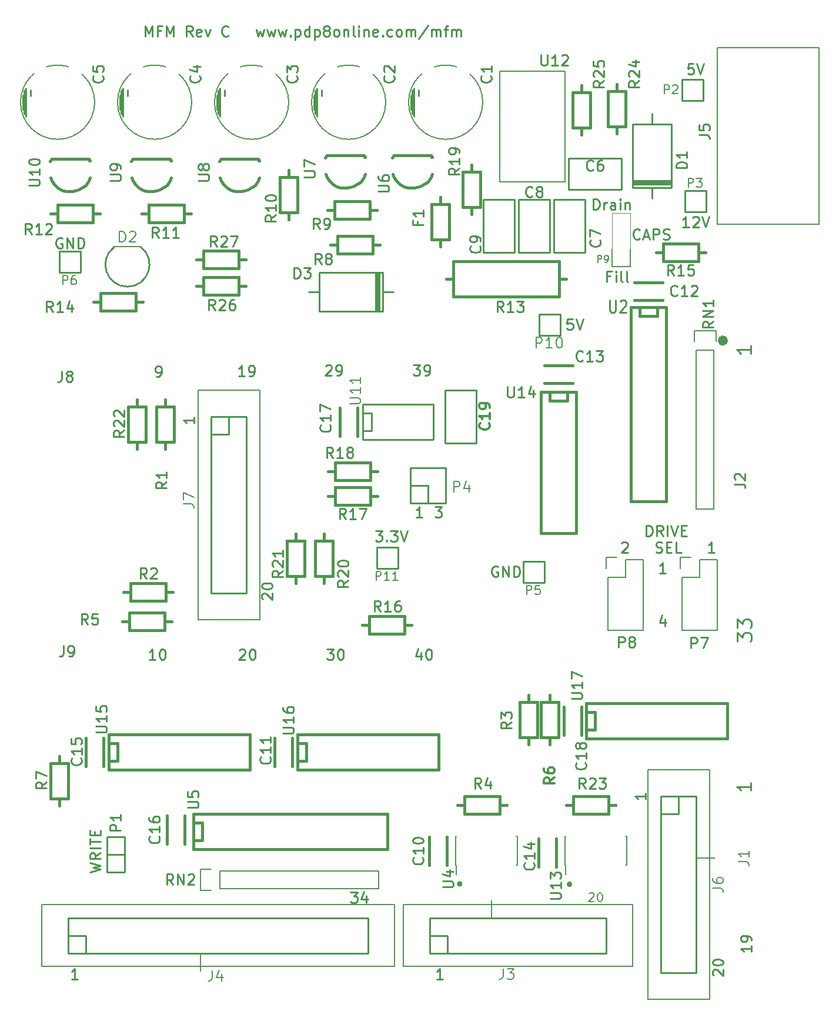
<source format=gto>
G04 #@! TF.FileFunction,Legend,Top*
%FSLAX46Y46*%
G04 Gerber Fmt 4.6, Leading zero omitted, Abs format (unit mm)*
G04 Created by KiCad (PCBNEW (after 2015-mar-04 BZR unknown)-product) date Sun 03 Mar 2019 09:58:19 PM EST*
%MOMM*%
G01*
G04 APERTURE LIST*
%ADD10C,0.152400*%
%ADD11C,0.254000*%
%ADD12C,0.203200*%
%ADD13C,0.381000*%
%ADD14C,0.762000*%
%ADD15C,0.120000*%
%ADD16C,0.150000*%
%ADD17C,0.248920*%
%ADD18C,0.304800*%
%ADD19R,9.601200X1.727200*%
%ADD20C,3.505200*%
%ADD21R,1.930400X1.930400*%
%ADD22C,1.930400*%
%ADD23O,1.930400X1.930400*%
%ADD24C,1.727200*%
%ADD25R,1.930400X2.235200*%
%ADD26O,1.930400X2.235200*%
%ADD27R,2.235200X1.930400*%
%ADD28O,2.235200X1.930400*%
%ADD29R,0.803200X2.203200*%
%ADD30R,1.600200X1.600200*%
%ADD31C,1.600200*%
%ADD32R,2.743200X2.743200*%
%ADD33C,2.997200*%
%ADD34C,4.191000*%
%ADD35C,2.743200*%
%ADD36C,1.879600*%
%ADD37C,2.202180*%
%ADD38R,2.235200X2.235200*%
%ADD39O,2.235200X2.235200*%
%ADD40R,2.438400X2.438400*%
%ADD41C,1.854200*%
%ADD42C,1.981200*%
%ADD43O,1.574800X1.854200*%
%ADD44R,1.574800X1.854200*%
%ADD45C,4.953000*%
%ADD46R,1.981200X1.981200*%
G04 APERTURE END LIST*
D10*
D11*
X200460429Y-43869429D02*
X200460429Y-42345429D01*
X200823286Y-42345429D01*
X201041001Y-42418000D01*
X201186143Y-42563143D01*
X201258715Y-42708286D01*
X201331286Y-42998571D01*
X201331286Y-43216286D01*
X201258715Y-43506571D01*
X201186143Y-43651714D01*
X201041001Y-43796857D01*
X200823286Y-43869429D01*
X200460429Y-43869429D01*
X201984429Y-43869429D02*
X201984429Y-42853429D01*
X201984429Y-43143714D02*
X202057001Y-42998571D01*
X202129572Y-42926000D01*
X202274715Y-42853429D01*
X202419858Y-42853429D01*
X203581001Y-43869429D02*
X203581001Y-43071143D01*
X203508430Y-42926000D01*
X203363287Y-42853429D01*
X203073001Y-42853429D01*
X202927858Y-42926000D01*
X203581001Y-43796857D02*
X203435858Y-43869429D01*
X203073001Y-43869429D01*
X202927858Y-43796857D01*
X202855287Y-43651714D01*
X202855287Y-43506571D01*
X202927858Y-43361429D01*
X203073001Y-43288857D01*
X203435858Y-43288857D01*
X203581001Y-43216286D01*
X204306715Y-43869429D02*
X204306715Y-42853429D01*
X204306715Y-42345429D02*
X204234144Y-42418000D01*
X204306715Y-42490571D01*
X204379287Y-42418000D01*
X204306715Y-42345429D01*
X204306715Y-42490571D01*
X205032429Y-42853429D02*
X205032429Y-43869429D01*
X205032429Y-42998571D02*
X205105001Y-42926000D01*
X205250143Y-42853429D01*
X205467858Y-42853429D01*
X205613001Y-42926000D01*
X205685572Y-43071143D01*
X205685572Y-43869429D01*
X202891571Y-53485143D02*
X202383571Y-53485143D01*
X202383571Y-54283429D02*
X202383571Y-52759429D01*
X203109285Y-52759429D01*
X203689857Y-54283429D02*
X203689857Y-53267429D01*
X203689857Y-52759429D02*
X203617286Y-52832000D01*
X203689857Y-52904571D01*
X203762429Y-52832000D01*
X203689857Y-52759429D01*
X203689857Y-52904571D01*
X204633285Y-54283429D02*
X204488143Y-54210857D01*
X204415571Y-54065714D01*
X204415571Y-52759429D01*
X205431571Y-54283429D02*
X205286429Y-54210857D01*
X205213857Y-54065714D01*
X205213857Y-52759429D01*
D12*
X215214200Y-137147300D02*
X217932000Y-137147300D01*
X185775600Y-143256000D02*
X185775600Y-145872200D01*
X143891000Y-150837900D02*
X143891000Y-153416000D01*
D13*
X197196257Y-140957300D02*
G75*
G03X197196257Y-140957300I-193857J0D01*
G01*
X181384757Y-140906500D02*
G75*
G03X181384757Y-140906500I-193857J0D01*
G01*
D14*
X219446236Y-62738000D02*
G75*
G03X219446236Y-62738000I-358536J0D01*
G01*
D11*
X207118857Y-48042286D02*
X207046286Y-48114857D01*
X206828572Y-48187429D01*
X206683429Y-48187429D01*
X206465714Y-48114857D01*
X206320572Y-47969714D01*
X206248000Y-47824571D01*
X206175429Y-47534286D01*
X206175429Y-47316571D01*
X206248000Y-47026286D01*
X206320572Y-46881143D01*
X206465714Y-46736000D01*
X206683429Y-46663429D01*
X206828572Y-46663429D01*
X207046286Y-46736000D01*
X207118857Y-46808571D01*
X207699429Y-47752000D02*
X208425143Y-47752000D01*
X207554286Y-48187429D02*
X208062286Y-46663429D01*
X208570286Y-48187429D01*
X209078286Y-48187429D02*
X209078286Y-46663429D01*
X209658858Y-46663429D01*
X209804000Y-46736000D01*
X209876572Y-46808571D01*
X209949143Y-46953714D01*
X209949143Y-47171429D01*
X209876572Y-47316571D01*
X209804000Y-47389143D01*
X209658858Y-47461714D01*
X209078286Y-47461714D01*
X210529715Y-48114857D02*
X210747429Y-48187429D01*
X211110286Y-48187429D01*
X211255429Y-48114857D01*
X211328000Y-48042286D01*
X211400572Y-47897143D01*
X211400572Y-47752000D01*
X211328000Y-47606857D01*
X211255429Y-47534286D01*
X211110286Y-47461714D01*
X210820000Y-47389143D01*
X210674858Y-47316571D01*
X210602286Y-47244000D01*
X210529715Y-47098857D01*
X210529715Y-46953714D01*
X210602286Y-46808571D01*
X210674858Y-46736000D01*
X210820000Y-46663429D01*
X211182858Y-46663429D01*
X211400572Y-46736000D01*
X135908144Y-18977429D02*
X135908144Y-17453429D01*
X136416144Y-18542000D01*
X136924144Y-17453429D01*
X136924144Y-18977429D01*
X138157858Y-18179143D02*
X137649858Y-18179143D01*
X137649858Y-18977429D02*
X137649858Y-17453429D01*
X138375572Y-17453429D01*
X138956144Y-18977429D02*
X138956144Y-17453429D01*
X139464144Y-18542000D01*
X139972144Y-17453429D01*
X139972144Y-18977429D01*
X142729858Y-18977429D02*
X142221858Y-18251714D01*
X141859001Y-18977429D02*
X141859001Y-17453429D01*
X142439573Y-17453429D01*
X142584715Y-17526000D01*
X142657287Y-17598571D01*
X142729858Y-17743714D01*
X142729858Y-17961429D01*
X142657287Y-18106571D01*
X142584715Y-18179143D01*
X142439573Y-18251714D01*
X141859001Y-18251714D01*
X143963573Y-18904857D02*
X143818430Y-18977429D01*
X143528144Y-18977429D01*
X143383001Y-18904857D01*
X143310430Y-18759714D01*
X143310430Y-18179143D01*
X143383001Y-18034000D01*
X143528144Y-17961429D01*
X143818430Y-17961429D01*
X143963573Y-18034000D01*
X144036144Y-18179143D01*
X144036144Y-18324286D01*
X143310430Y-18469429D01*
X144544144Y-17961429D02*
X144907001Y-18977429D01*
X145269859Y-17961429D01*
X147882430Y-18832286D02*
X147809859Y-18904857D01*
X147592145Y-18977429D01*
X147447002Y-18977429D01*
X147229287Y-18904857D01*
X147084145Y-18759714D01*
X147011573Y-18614571D01*
X146939002Y-18324286D01*
X146939002Y-18106571D01*
X147011573Y-17816286D01*
X147084145Y-17671143D01*
X147229287Y-17526000D01*
X147447002Y-17453429D01*
X147592145Y-17453429D01*
X147809859Y-17526000D01*
X147882430Y-17598571D01*
X151873859Y-17961429D02*
X152164145Y-18977429D01*
X152454431Y-18251714D01*
X152744716Y-18977429D01*
X153035002Y-17961429D01*
X153470430Y-17961429D02*
X153760716Y-18977429D01*
X154051002Y-18251714D01*
X154341287Y-18977429D01*
X154631573Y-17961429D01*
X155067001Y-17961429D02*
X155357287Y-18977429D01*
X155647573Y-18251714D01*
X155937858Y-18977429D01*
X156228144Y-17961429D01*
X156808715Y-18832286D02*
X156881287Y-18904857D01*
X156808715Y-18977429D01*
X156736144Y-18904857D01*
X156808715Y-18832286D01*
X156808715Y-18977429D01*
X157534429Y-17961429D02*
X157534429Y-19485429D01*
X157534429Y-18034000D02*
X157679572Y-17961429D01*
X157969858Y-17961429D01*
X158115001Y-18034000D01*
X158187572Y-18106571D01*
X158260143Y-18251714D01*
X158260143Y-18687143D01*
X158187572Y-18832286D01*
X158115001Y-18904857D01*
X157969858Y-18977429D01*
X157679572Y-18977429D01*
X157534429Y-18904857D01*
X159566429Y-18977429D02*
X159566429Y-17453429D01*
X159566429Y-18904857D02*
X159421286Y-18977429D01*
X159131000Y-18977429D01*
X158985858Y-18904857D01*
X158913286Y-18832286D01*
X158840715Y-18687143D01*
X158840715Y-18251714D01*
X158913286Y-18106571D01*
X158985858Y-18034000D01*
X159131000Y-17961429D01*
X159421286Y-17961429D01*
X159566429Y-18034000D01*
X160292143Y-17961429D02*
X160292143Y-19485429D01*
X160292143Y-18034000D02*
X160437286Y-17961429D01*
X160727572Y-17961429D01*
X160872715Y-18034000D01*
X160945286Y-18106571D01*
X161017857Y-18251714D01*
X161017857Y-18687143D01*
X160945286Y-18832286D01*
X160872715Y-18904857D01*
X160727572Y-18977429D01*
X160437286Y-18977429D01*
X160292143Y-18904857D01*
X161888714Y-18106571D02*
X161743572Y-18034000D01*
X161671000Y-17961429D01*
X161598429Y-17816286D01*
X161598429Y-17743714D01*
X161671000Y-17598571D01*
X161743572Y-17526000D01*
X161888714Y-17453429D01*
X162179000Y-17453429D01*
X162324143Y-17526000D01*
X162396714Y-17598571D01*
X162469286Y-17743714D01*
X162469286Y-17816286D01*
X162396714Y-17961429D01*
X162324143Y-18034000D01*
X162179000Y-18106571D01*
X161888714Y-18106571D01*
X161743572Y-18179143D01*
X161671000Y-18251714D01*
X161598429Y-18396857D01*
X161598429Y-18687143D01*
X161671000Y-18832286D01*
X161743572Y-18904857D01*
X161888714Y-18977429D01*
X162179000Y-18977429D01*
X162324143Y-18904857D01*
X162396714Y-18832286D01*
X162469286Y-18687143D01*
X162469286Y-18396857D01*
X162396714Y-18251714D01*
X162324143Y-18179143D01*
X162179000Y-18106571D01*
X163340143Y-18977429D02*
X163195001Y-18904857D01*
X163122429Y-18832286D01*
X163049858Y-18687143D01*
X163049858Y-18251714D01*
X163122429Y-18106571D01*
X163195001Y-18034000D01*
X163340143Y-17961429D01*
X163557858Y-17961429D01*
X163703001Y-18034000D01*
X163775572Y-18106571D01*
X163848143Y-18251714D01*
X163848143Y-18687143D01*
X163775572Y-18832286D01*
X163703001Y-18904857D01*
X163557858Y-18977429D01*
X163340143Y-18977429D01*
X164501286Y-17961429D02*
X164501286Y-18977429D01*
X164501286Y-18106571D02*
X164573858Y-18034000D01*
X164719000Y-17961429D01*
X164936715Y-17961429D01*
X165081858Y-18034000D01*
X165154429Y-18179143D01*
X165154429Y-18977429D01*
X166097857Y-18977429D02*
X165952715Y-18904857D01*
X165880143Y-18759714D01*
X165880143Y-17453429D01*
X166678429Y-18977429D02*
X166678429Y-17961429D01*
X166678429Y-17453429D02*
X166605858Y-17526000D01*
X166678429Y-17598571D01*
X166751001Y-17526000D01*
X166678429Y-17453429D01*
X166678429Y-17598571D01*
X167404143Y-17961429D02*
X167404143Y-18977429D01*
X167404143Y-18106571D02*
X167476715Y-18034000D01*
X167621857Y-17961429D01*
X167839572Y-17961429D01*
X167984715Y-18034000D01*
X168057286Y-18179143D01*
X168057286Y-18977429D01*
X169363572Y-18904857D02*
X169218429Y-18977429D01*
X168928143Y-18977429D01*
X168783000Y-18904857D01*
X168710429Y-18759714D01*
X168710429Y-18179143D01*
X168783000Y-18034000D01*
X168928143Y-17961429D01*
X169218429Y-17961429D01*
X169363572Y-18034000D01*
X169436143Y-18179143D01*
X169436143Y-18324286D01*
X168710429Y-18469429D01*
X170089286Y-18832286D02*
X170161858Y-18904857D01*
X170089286Y-18977429D01*
X170016715Y-18904857D01*
X170089286Y-18832286D01*
X170089286Y-18977429D01*
X171468143Y-18904857D02*
X171323000Y-18977429D01*
X171032714Y-18977429D01*
X170887572Y-18904857D01*
X170815000Y-18832286D01*
X170742429Y-18687143D01*
X170742429Y-18251714D01*
X170815000Y-18106571D01*
X170887572Y-18034000D01*
X171032714Y-17961429D01*
X171323000Y-17961429D01*
X171468143Y-18034000D01*
X172339000Y-18977429D02*
X172193858Y-18904857D01*
X172121286Y-18832286D01*
X172048715Y-18687143D01*
X172048715Y-18251714D01*
X172121286Y-18106571D01*
X172193858Y-18034000D01*
X172339000Y-17961429D01*
X172556715Y-17961429D01*
X172701858Y-18034000D01*
X172774429Y-18106571D01*
X172847000Y-18251714D01*
X172847000Y-18687143D01*
X172774429Y-18832286D01*
X172701858Y-18904857D01*
X172556715Y-18977429D01*
X172339000Y-18977429D01*
X173500143Y-18977429D02*
X173500143Y-17961429D01*
X173500143Y-18106571D02*
X173572715Y-18034000D01*
X173717857Y-17961429D01*
X173935572Y-17961429D01*
X174080715Y-18034000D01*
X174153286Y-18179143D01*
X174153286Y-18977429D01*
X174153286Y-18179143D02*
X174225857Y-18034000D01*
X174371000Y-17961429D01*
X174588715Y-17961429D01*
X174733857Y-18034000D01*
X174806429Y-18179143D01*
X174806429Y-18977429D01*
X176620715Y-17380857D02*
X175314429Y-19340286D01*
X177128714Y-18977429D02*
X177128714Y-17961429D01*
X177128714Y-18106571D02*
X177201286Y-18034000D01*
X177346428Y-17961429D01*
X177564143Y-17961429D01*
X177709286Y-18034000D01*
X177781857Y-18179143D01*
X177781857Y-18977429D01*
X177781857Y-18179143D02*
X177854428Y-18034000D01*
X177999571Y-17961429D01*
X178217286Y-17961429D01*
X178362428Y-18034000D01*
X178435000Y-18179143D01*
X178435000Y-18977429D01*
X178943000Y-17961429D02*
X179523571Y-17961429D01*
X179160714Y-18977429D02*
X179160714Y-17671143D01*
X179233286Y-17526000D01*
X179378428Y-17453429D01*
X179523571Y-17453429D01*
X180031571Y-18977429D02*
X180031571Y-17961429D01*
X180031571Y-18106571D02*
X180104143Y-18034000D01*
X180249285Y-17961429D01*
X180467000Y-17961429D01*
X180612143Y-18034000D01*
X180684714Y-18179143D01*
X180684714Y-18977429D01*
X180684714Y-18179143D02*
X180757285Y-18034000D01*
X180902428Y-17961429D01*
X181120143Y-17961429D01*
X181265285Y-18034000D01*
X181337857Y-18179143D01*
X181337857Y-18977429D01*
X127943429Y-139192000D02*
X129467429Y-138829143D01*
X128378857Y-138538857D01*
X129467429Y-138248571D01*
X127943429Y-137885714D01*
X129467429Y-136434286D02*
X128741714Y-136942286D01*
X129467429Y-137305143D02*
X127943429Y-137305143D01*
X127943429Y-136724571D01*
X128016000Y-136579429D01*
X128088571Y-136506857D01*
X128233714Y-136434286D01*
X128451429Y-136434286D01*
X128596571Y-136506857D01*
X128669143Y-136579429D01*
X128741714Y-136724571D01*
X128741714Y-137305143D01*
X129467429Y-135781143D02*
X127943429Y-135781143D01*
X127943429Y-135273143D02*
X127943429Y-134402286D01*
X129467429Y-134837715D02*
X127943429Y-134837715D01*
X128669143Y-133894286D02*
X128669143Y-133386286D01*
X129467429Y-133168572D02*
X129467429Y-133894286D01*
X127943429Y-133894286D01*
X127943429Y-133168572D01*
X208087686Y-90859429D02*
X208087686Y-89335429D01*
X208450543Y-89335429D01*
X208668258Y-89408000D01*
X208813400Y-89553143D01*
X208885972Y-89698286D01*
X208958543Y-89988571D01*
X208958543Y-90206286D01*
X208885972Y-90496571D01*
X208813400Y-90641714D01*
X208668258Y-90786857D01*
X208450543Y-90859429D01*
X208087686Y-90859429D01*
X210482543Y-90859429D02*
X209974543Y-90133714D01*
X209611686Y-90859429D02*
X209611686Y-89335429D01*
X210192258Y-89335429D01*
X210337400Y-89408000D01*
X210409972Y-89480571D01*
X210482543Y-89625714D01*
X210482543Y-89843429D01*
X210409972Y-89988571D01*
X210337400Y-90061143D01*
X210192258Y-90133714D01*
X209611686Y-90133714D01*
X211135686Y-90859429D02*
X211135686Y-89335429D01*
X211643686Y-89335429D02*
X212151686Y-90859429D01*
X212659686Y-89335429D01*
X213167686Y-90061143D02*
X213675686Y-90061143D01*
X213893400Y-90859429D02*
X213167686Y-90859429D01*
X213167686Y-89335429D01*
X213893400Y-89335429D01*
X204531686Y-91868171D02*
X204604257Y-91795600D01*
X204749400Y-91723029D01*
X205112257Y-91723029D01*
X205257400Y-91795600D01*
X205329971Y-91868171D01*
X205402543Y-92013314D01*
X205402543Y-92158457D01*
X205329971Y-92376171D01*
X204459114Y-93247029D01*
X205402543Y-93247029D01*
X209466544Y-93174457D02*
X209684258Y-93247029D01*
X210047115Y-93247029D01*
X210192258Y-93174457D01*
X210264829Y-93101886D01*
X210337401Y-92956743D01*
X210337401Y-92811600D01*
X210264829Y-92666457D01*
X210192258Y-92593886D01*
X210047115Y-92521314D01*
X209756829Y-92448743D01*
X209611687Y-92376171D01*
X209539115Y-92303600D01*
X209466544Y-92158457D01*
X209466544Y-92013314D01*
X209539115Y-91868171D01*
X209611687Y-91795600D01*
X209756829Y-91723029D01*
X210119687Y-91723029D01*
X210337401Y-91795600D01*
X210990544Y-92448743D02*
X211498544Y-92448743D01*
X211716258Y-93247029D02*
X210990544Y-93247029D01*
X210990544Y-91723029D01*
X211716258Y-91723029D01*
X213095115Y-93247029D02*
X212369401Y-93247029D01*
X212369401Y-91723029D01*
X217884830Y-93247029D02*
X217013973Y-93247029D01*
X217449401Y-93247029D02*
X217449401Y-91723029D01*
X217304258Y-91940743D01*
X217159116Y-92085886D01*
X217013973Y-92158457D01*
X210729286Y-102797429D02*
X210729286Y-103813429D01*
X210366429Y-102216857D02*
X210003572Y-103305429D01*
X210947000Y-103305429D01*
X210874429Y-96193429D02*
X210003572Y-96193429D01*
X210439000Y-96193429D02*
X210439000Y-94669429D01*
X210293857Y-94887143D01*
X210148715Y-95032286D01*
X210003572Y-95104857D01*
X169073285Y-90097429D02*
X170016714Y-90097429D01*
X169508714Y-90678000D01*
X169726428Y-90678000D01*
X169871571Y-90750571D01*
X169944142Y-90823143D01*
X170016714Y-90968286D01*
X170016714Y-91331143D01*
X169944142Y-91476286D01*
X169871571Y-91548857D01*
X169726428Y-91621429D01*
X169291000Y-91621429D01*
X169145857Y-91548857D01*
X169073285Y-91476286D01*
X170669857Y-91476286D02*
X170742429Y-91548857D01*
X170669857Y-91621429D01*
X170597286Y-91548857D01*
X170669857Y-91476286D01*
X170669857Y-91621429D01*
X171250428Y-90097429D02*
X172193857Y-90097429D01*
X171685857Y-90678000D01*
X171903571Y-90678000D01*
X172048714Y-90750571D01*
X172121285Y-90823143D01*
X172193857Y-90968286D01*
X172193857Y-91331143D01*
X172121285Y-91476286D01*
X172048714Y-91548857D01*
X171903571Y-91621429D01*
X171468143Y-91621429D01*
X171323000Y-91548857D01*
X171250428Y-91476286D01*
X172629286Y-90097429D02*
X173137286Y-91621429D01*
X173645286Y-90097429D01*
X197448714Y-59617429D02*
X196723000Y-59617429D01*
X196650429Y-60343143D01*
X196723000Y-60270571D01*
X196868143Y-60198000D01*
X197231000Y-60198000D01*
X197376143Y-60270571D01*
X197448714Y-60343143D01*
X197521286Y-60488286D01*
X197521286Y-60851143D01*
X197448714Y-60996286D01*
X197376143Y-61068857D01*
X197231000Y-61141429D01*
X196868143Y-61141429D01*
X196723000Y-61068857D01*
X196650429Y-60996286D01*
X197956715Y-59617429D02*
X198464715Y-61141429D01*
X198972715Y-59617429D01*
X177609500Y-86668429D02*
X178552929Y-86668429D01*
X178044929Y-87249000D01*
X178262643Y-87249000D01*
X178407786Y-87321571D01*
X178480357Y-87394143D01*
X178552929Y-87539286D01*
X178552929Y-87902143D01*
X178480357Y-88047286D01*
X178407786Y-88119857D01*
X178262643Y-88192429D01*
X177827215Y-88192429D01*
X177682072Y-88119857D01*
X177609500Y-88047286D01*
X175822429Y-88192429D02*
X174951572Y-88192429D01*
X175387000Y-88192429D02*
X175387000Y-86668429D01*
X175241857Y-86886143D01*
X175096715Y-87031286D01*
X174951572Y-87103857D01*
X207953429Y-127834571D02*
X207953429Y-128705428D01*
X207953429Y-128270000D02*
X206429429Y-128270000D01*
X206647143Y-128415143D01*
X206792286Y-128560285D01*
X206864857Y-128705428D01*
X217750571Y-154069143D02*
X217678000Y-153996572D01*
X217605429Y-153851429D01*
X217605429Y-153488572D01*
X217678000Y-153343429D01*
X217750571Y-153270858D01*
X217895714Y-153198286D01*
X218040857Y-153198286D01*
X218258571Y-153270858D01*
X219129429Y-154141715D01*
X219129429Y-153198286D01*
X217605429Y-152254857D02*
X217605429Y-152109714D01*
X217678000Y-151964571D01*
X217750571Y-151892000D01*
X217895714Y-151819429D01*
X218186000Y-151746857D01*
X218548857Y-151746857D01*
X218839143Y-151819429D01*
X218984286Y-151892000D01*
X219056857Y-151964571D01*
X219129429Y-152109714D01*
X219129429Y-152254857D01*
X219056857Y-152400000D01*
X218984286Y-152472571D01*
X218839143Y-152545143D01*
X218548857Y-152617714D01*
X218186000Y-152617714D01*
X217895714Y-152545143D01*
X217750571Y-152472571D01*
X217678000Y-152400000D01*
X217605429Y-152254857D01*
X152840871Y-99929043D02*
X152768300Y-99856472D01*
X152695729Y-99711329D01*
X152695729Y-99348472D01*
X152768300Y-99203329D01*
X152840871Y-99130758D01*
X152986014Y-99058186D01*
X153131157Y-99058186D01*
X153348871Y-99130758D01*
X154219729Y-100001615D01*
X154219729Y-99058186D01*
X152695729Y-98114757D02*
X152695729Y-97969614D01*
X152768300Y-97824471D01*
X152840871Y-97751900D01*
X152986014Y-97679329D01*
X153276300Y-97606757D01*
X153639157Y-97606757D01*
X153929443Y-97679329D01*
X154074586Y-97751900D01*
X154147157Y-97824471D01*
X154219729Y-97969614D01*
X154219729Y-98114757D01*
X154147157Y-98259900D01*
X154074586Y-98332471D01*
X153929443Y-98405043D01*
X153639157Y-98477614D01*
X153276300Y-98477614D01*
X152986014Y-98405043D01*
X152840871Y-98332471D01*
X152768300Y-98259900D01*
X152695729Y-98114757D01*
X142929429Y-73732571D02*
X142929429Y-74603428D01*
X142929429Y-74168000D02*
X141405429Y-74168000D01*
X141623143Y-74313143D01*
X141768286Y-74458285D01*
X141840857Y-74603428D01*
D12*
X199819381Y-142300476D02*
X199879857Y-142240000D01*
X200000809Y-142179524D01*
X200303190Y-142179524D01*
X200424143Y-142240000D01*
X200484619Y-142300476D01*
X200545095Y-142421429D01*
X200545095Y-142542381D01*
X200484619Y-142723810D01*
X199758905Y-143449524D01*
X200545095Y-143449524D01*
X201331286Y-142179524D02*
X201452238Y-142179524D01*
X201573190Y-142240000D01*
X201633667Y-142300476D01*
X201694143Y-142421429D01*
X201754619Y-142663333D01*
X201754619Y-142965714D01*
X201694143Y-143207619D01*
X201633667Y-143328571D01*
X201573190Y-143389048D01*
X201452238Y-143449524D01*
X201331286Y-143449524D01*
X201210333Y-143389048D01*
X201149857Y-143328571D01*
X201089381Y-143207619D01*
X201028905Y-142965714D01*
X201028905Y-142663333D01*
X201089381Y-142421429D01*
X201149857Y-142300476D01*
X201210333Y-142240000D01*
X201331286Y-142179524D01*
D11*
X178743429Y-154613429D02*
X177872572Y-154613429D01*
X178308000Y-154613429D02*
X178308000Y-153089429D01*
X178162857Y-153307143D01*
X178017715Y-153452286D01*
X177872572Y-153524857D01*
X165491885Y-142078529D02*
X166435314Y-142078529D01*
X165927314Y-142659100D01*
X166145028Y-142659100D01*
X166290171Y-142731671D01*
X166362742Y-142804243D01*
X166435314Y-142949386D01*
X166435314Y-143312243D01*
X166362742Y-143457386D01*
X166290171Y-143529957D01*
X166145028Y-143602529D01*
X165709600Y-143602529D01*
X165564457Y-143529957D01*
X165491885Y-143457386D01*
X167741600Y-142586529D02*
X167741600Y-143602529D01*
X167378743Y-142005957D02*
X167015886Y-143094529D01*
X167959314Y-143094529D01*
X126165429Y-154613429D02*
X125294572Y-154613429D01*
X125730000Y-154613429D02*
X125730000Y-153089429D01*
X125584857Y-153307143D01*
X125439715Y-153452286D01*
X125294572Y-153524857D01*
X123933858Y-48006000D02*
X123788715Y-47933429D01*
X123571001Y-47933429D01*
X123353286Y-48006000D01*
X123208144Y-48151143D01*
X123135572Y-48296286D01*
X123063001Y-48586571D01*
X123063001Y-48804286D01*
X123135572Y-49094571D01*
X123208144Y-49239714D01*
X123353286Y-49384857D01*
X123571001Y-49457429D01*
X123716144Y-49457429D01*
X123933858Y-49384857D01*
X124006429Y-49312286D01*
X124006429Y-48804286D01*
X123716144Y-48804286D01*
X124659572Y-49457429D02*
X124659572Y-47933429D01*
X125530429Y-49457429D01*
X125530429Y-47933429D01*
X126256143Y-49457429D02*
X126256143Y-47933429D01*
X126619000Y-47933429D01*
X126836715Y-48006000D01*
X126981857Y-48151143D01*
X127054429Y-48296286D01*
X127127000Y-48586571D01*
X127127000Y-48804286D01*
X127054429Y-49094571D01*
X126981857Y-49239714D01*
X126836715Y-49384857D01*
X126619000Y-49457429D01*
X126256143Y-49457429D01*
X186671858Y-95250000D02*
X186526715Y-95177429D01*
X186309001Y-95177429D01*
X186091286Y-95250000D01*
X185946144Y-95395143D01*
X185873572Y-95540286D01*
X185801001Y-95830571D01*
X185801001Y-96048286D01*
X185873572Y-96338571D01*
X185946144Y-96483714D01*
X186091286Y-96628857D01*
X186309001Y-96701429D01*
X186454144Y-96701429D01*
X186671858Y-96628857D01*
X186744429Y-96556286D01*
X186744429Y-96048286D01*
X186454144Y-96048286D01*
X187397572Y-96701429D02*
X187397572Y-95177429D01*
X188268429Y-96701429D01*
X188268429Y-95177429D01*
X188994143Y-96701429D02*
X188994143Y-95177429D01*
X189357000Y-95177429D01*
X189574715Y-95250000D01*
X189719857Y-95395143D01*
X189792429Y-95540286D01*
X189865000Y-95830571D01*
X189865000Y-96048286D01*
X189792429Y-96338571D01*
X189719857Y-96483714D01*
X189574715Y-96628857D01*
X189357000Y-96701429D01*
X188994143Y-96701429D01*
X214194571Y-46409429D02*
X213323714Y-46409429D01*
X213759142Y-46409429D02*
X213759142Y-44885429D01*
X213613999Y-45103143D01*
X213468857Y-45248286D01*
X213323714Y-45320857D01*
X214775143Y-45030571D02*
X214847714Y-44958000D01*
X214992857Y-44885429D01*
X215355714Y-44885429D01*
X215500857Y-44958000D01*
X215573428Y-45030571D01*
X215646000Y-45175714D01*
X215646000Y-45320857D01*
X215573428Y-45538571D01*
X214702571Y-46409429D01*
X215646000Y-46409429D01*
X216081429Y-44885429D02*
X216589429Y-46409429D01*
X217097429Y-44885429D01*
X214847714Y-22914429D02*
X214122000Y-22914429D01*
X214049429Y-23640143D01*
X214122000Y-23567571D01*
X214267143Y-23495000D01*
X214630000Y-23495000D01*
X214775143Y-23567571D01*
X214847714Y-23640143D01*
X214920286Y-23785286D01*
X214920286Y-24148143D01*
X214847714Y-24293286D01*
X214775143Y-24365857D01*
X214630000Y-24438429D01*
X214267143Y-24438429D01*
X214122000Y-24365857D01*
X214049429Y-24293286D01*
X215355715Y-22914429D02*
X215863715Y-24438429D01*
X216371715Y-22914429D01*
D10*
X203149200Y-52070000D02*
X203149200Y-49530000D01*
X205816200Y-52095400D02*
X203174600Y-52095400D01*
X205790800Y-49530000D02*
X205790800Y-52070000D01*
D15*
X205800000Y-44390000D02*
X203140000Y-44390000D01*
X205800000Y-49530000D02*
X205800000Y-44390000D01*
X203140000Y-49530000D02*
X203140000Y-44390000D01*
D13*
X146812000Y-36576000D02*
X146558000Y-36957000D01*
X152146000Y-39776400D02*
X152349200Y-39306500D01*
X152273000Y-36715700D02*
X152349200Y-36893500D01*
X146824700Y-39725600D02*
X146646900Y-39306500D01*
X149479000Y-41275000D02*
X148971000Y-41275000D01*
X148971000Y-41275000D02*
X148463000Y-41148000D01*
X148463000Y-41148000D02*
X147955000Y-40894000D01*
X147955000Y-40894000D02*
X147574000Y-40640000D01*
X147574000Y-40640000D02*
X147193000Y-40259000D01*
X147193000Y-40259000D02*
X146812000Y-39751000D01*
X152146000Y-39751000D02*
X151765000Y-40386000D01*
X151765000Y-40386000D02*
X151130000Y-40767000D01*
X151130000Y-40767000D02*
X150749000Y-41021000D01*
X150749000Y-41021000D02*
X150241000Y-41148000D01*
X150241000Y-41148000D02*
X149733000Y-41275000D01*
X149733000Y-41275000D02*
X149479000Y-41275000D01*
X152146000Y-36576000D02*
X152273000Y-36830000D01*
X152146000Y-36576000D02*
X146812000Y-36576000D01*
D11*
X174117000Y-83566000D02*
X174117000Y-86106000D01*
X174117000Y-86106000D02*
X176657000Y-86106000D01*
X176657000Y-86106000D02*
X176657000Y-83566000D01*
X176657000Y-83566000D02*
X174117000Y-83566000D01*
X174117000Y-83566000D02*
X174117000Y-81026000D01*
X174117000Y-81026000D02*
X179197000Y-81026000D01*
X179197000Y-81026000D02*
X179197000Y-86106000D01*
X179197000Y-86106000D02*
X176657000Y-86106000D01*
D16*
X213233000Y-96774000D02*
X213233000Y-104394000D01*
X213233000Y-104394000D02*
X218313000Y-104394000D01*
X218313000Y-104394000D02*
X218313000Y-94234000D01*
X218313000Y-94234000D02*
X215773000Y-94234000D01*
X214503000Y-93954000D02*
X212953000Y-93954000D01*
X215773000Y-94234000D02*
X215773000Y-96774000D01*
X215773000Y-96774000D02*
X213233000Y-96774000D01*
X212953000Y-93954000D02*
X212953000Y-95504000D01*
X202565000Y-96774000D02*
X202565000Y-104394000D01*
X202565000Y-104394000D02*
X207645000Y-104394000D01*
X207645000Y-104394000D02*
X207645000Y-94234000D01*
X207645000Y-94234000D02*
X205105000Y-94234000D01*
X203835000Y-93954000D02*
X202285000Y-93954000D01*
X205105000Y-94234000D02*
X205105000Y-96774000D01*
X205105000Y-96774000D02*
X202565000Y-96774000D01*
X202285000Y-93954000D02*
X202285000Y-95504000D01*
D10*
X152400000Y-69850000D02*
X143510000Y-69850000D01*
X143510000Y-69850000D02*
X143510000Y-102870000D01*
X143510000Y-102870000D02*
X152400000Y-102870000D01*
X152400000Y-102870000D02*
X152400000Y-69850000D01*
D11*
X150495000Y-99060000D02*
X150495000Y-73660000D01*
X145415000Y-76200000D02*
X145415000Y-99060000D01*
X150495000Y-99060000D02*
X145415000Y-99060000D01*
X150495000Y-73660000D02*
X147955000Y-73660000D01*
X145415000Y-73660000D02*
X145415000Y-76200000D01*
X147955000Y-73660000D02*
X147955000Y-76200000D01*
X147955000Y-76200000D02*
X145415000Y-76200000D01*
X145415000Y-73660000D02*
X147955000Y-73660000D01*
D10*
X217170000Y-124460000D02*
X208280000Y-124460000D01*
X208280000Y-124460000D02*
X208280000Y-157480000D01*
X208280000Y-157480000D02*
X217170000Y-157480000D01*
X217170000Y-157480000D02*
X217170000Y-124460000D01*
D11*
X215265000Y-153670000D02*
X215265000Y-128270000D01*
X210185000Y-130810000D02*
X210185000Y-153670000D01*
X215265000Y-153670000D02*
X210185000Y-153670000D01*
X215265000Y-128270000D02*
X212725000Y-128270000D01*
X210185000Y-128270000D02*
X210185000Y-130810000D01*
X212725000Y-128270000D02*
X212725000Y-130810000D01*
X212725000Y-130810000D02*
X210185000Y-130810000D01*
X210185000Y-128270000D02*
X212725000Y-128270000D01*
D10*
X173101000Y-143891000D02*
X173101000Y-152781000D01*
X173101000Y-152781000D02*
X206121000Y-152781000D01*
X206121000Y-152781000D02*
X206121000Y-143891000D01*
X206121000Y-143891000D02*
X173101000Y-143891000D01*
D11*
X202311000Y-145796000D02*
X176911000Y-145796000D01*
X179451000Y-150876000D02*
X202311000Y-150876000D01*
X202311000Y-145796000D02*
X202311000Y-150876000D01*
X176911000Y-145796000D02*
X176911000Y-148336000D01*
X176911000Y-150876000D02*
X179451000Y-150876000D01*
X176911000Y-148336000D02*
X179451000Y-148336000D01*
X179451000Y-148336000D02*
X179451000Y-150876000D01*
X176911000Y-150876000D02*
X176911000Y-148336000D01*
D10*
X121031000Y-143891000D02*
X121031000Y-152781000D01*
X121031000Y-152781000D02*
X171831000Y-152781000D01*
X171831000Y-152781000D02*
X171831000Y-143891000D01*
X171831000Y-143891000D02*
X121031000Y-143891000D01*
D11*
X168021000Y-145796000D02*
X124841000Y-145796000D01*
X127381000Y-150876000D02*
X168021000Y-150876000D01*
X168021000Y-145796000D02*
X168021000Y-150876000D01*
X124841000Y-145796000D02*
X124841000Y-148336000D01*
X124841000Y-150876000D02*
X127381000Y-150876000D01*
X124841000Y-148336000D02*
X127381000Y-148336000D01*
X127381000Y-148336000D02*
X127381000Y-150876000D01*
X124841000Y-150876000D02*
X124841000Y-148336000D01*
D16*
X146685000Y-141605000D02*
X169545000Y-141605000D01*
X169545000Y-141605000D02*
X169545000Y-139065000D01*
X169545000Y-139065000D02*
X146685000Y-139065000D01*
X143865000Y-141885000D02*
X145415000Y-141885000D01*
X146685000Y-141605000D02*
X146685000Y-139065000D01*
X145415000Y-138785000D02*
X143865000Y-138785000D01*
X143865000Y-138785000D02*
X143865000Y-141885000D01*
X215265000Y-64135000D02*
X215265000Y-86995000D01*
X215265000Y-86995000D02*
X217805000Y-86995000D01*
X217805000Y-86995000D02*
X217805000Y-64135000D01*
X214985000Y-61315000D02*
X214985000Y-62865000D01*
X215265000Y-64135000D02*
X217805000Y-64135000D01*
X218085000Y-62865000D02*
X218085000Y-61315000D01*
X218085000Y-61315000D02*
X214985000Y-61315000D01*
X196337000Y-138219000D02*
X196452000Y-138219000D01*
X196337000Y-134069000D02*
X196452000Y-134069000D01*
X205237000Y-134069000D02*
X205122000Y-134069000D01*
X205237000Y-138219000D02*
X205122000Y-138219000D01*
X196337000Y-138219000D02*
X196337000Y-134069000D01*
X205237000Y-138219000D02*
X205237000Y-134069000D01*
X196452000Y-138219000D02*
X196452000Y-139594000D01*
X180589000Y-138219000D02*
X180704000Y-138219000D01*
X180589000Y-134069000D02*
X180704000Y-134069000D01*
X189489000Y-134069000D02*
X189374000Y-134069000D01*
X189489000Y-138219000D02*
X189374000Y-138219000D01*
X180589000Y-138219000D02*
X180589000Y-134069000D01*
X189489000Y-138219000D02*
X189489000Y-134069000D01*
X180704000Y-138219000D02*
X180704000Y-139594000D01*
D13*
X142875000Y-132080000D02*
X144145000Y-132080000D01*
X144145000Y-132080000D02*
X144145000Y-134620000D01*
X144145000Y-134620000D02*
X142875000Y-134620000D01*
X142875000Y-130810000D02*
X170815000Y-130810000D01*
X170815000Y-130810000D02*
X170815000Y-135890000D01*
X170815000Y-135890000D02*
X142875000Y-135890000D01*
X142875000Y-135890000D02*
X142875000Y-130810000D01*
D16*
X232918000Y-20574000D02*
X232918000Y-45974000D01*
X232918000Y-45974000D02*
X218313000Y-45974000D01*
X218313000Y-45974000D02*
X218313000Y-20574000D01*
X218313000Y-20574000D02*
X232918000Y-20574000D01*
D12*
X135255000Y-49225200D02*
X131445000Y-49225200D01*
D11*
X131442332Y-49278003D02*
G75*
G03X135255000Y-49276000I1907668J-2537997D01*
G01*
D13*
X195546980Y-53848000D02*
X196562980Y-53848000D01*
X180306980Y-53848000D02*
X179290980Y-53848000D01*
X195546980Y-55118000D02*
X195546980Y-56388000D01*
X195546980Y-56388000D02*
X180306980Y-56388000D01*
X180306980Y-56388000D02*
X180306980Y-51308000D01*
X180306980Y-51308000D02*
X195546980Y-51308000D01*
X195546980Y-51308000D02*
X195546980Y-55118000D01*
D11*
X208915000Y-31623000D02*
X208915000Y-30099000D01*
X208915000Y-40767000D02*
X208915000Y-42291000D01*
X211709000Y-39751000D02*
X206121000Y-39751000D01*
X211709000Y-40005000D02*
X206121000Y-40005000D01*
X211709000Y-40259000D02*
X206121000Y-40259000D01*
X206121000Y-40767000D02*
X211709000Y-40767000D01*
X211709000Y-40767000D02*
X211709000Y-31623000D01*
X211709000Y-31623000D02*
X206121000Y-31623000D01*
X206121000Y-31623000D02*
X206121000Y-40767000D01*
X160972000Y-55753000D02*
X159448000Y-55753000D01*
X170116000Y-55753000D02*
X171640000Y-55753000D01*
X169100000Y-52959000D02*
X169100000Y-58547000D01*
X169354000Y-52959000D02*
X169354000Y-58547000D01*
X169608000Y-52959000D02*
X169608000Y-58547000D01*
X170116000Y-58547000D02*
X170116000Y-52959000D01*
X170116000Y-52959000D02*
X160972000Y-52959000D01*
X160972000Y-52959000D02*
X160972000Y-58547000D01*
X160972000Y-58547000D02*
X170116000Y-58547000D01*
D13*
X197993000Y-70104000D02*
X197993000Y-90424000D01*
X192913000Y-90424000D02*
X192913000Y-70104000D01*
X192913000Y-70104000D02*
X197993000Y-70104000D01*
X196723000Y-70104000D02*
X196723000Y-71374000D01*
X196723000Y-71374000D02*
X194183000Y-71374000D01*
X194183000Y-71374000D02*
X194183000Y-70104000D01*
X197993000Y-90424000D02*
X192913000Y-90424000D01*
X130683000Y-119380000D02*
X151003000Y-119380000D01*
X151003000Y-124460000D02*
X130683000Y-124460000D01*
X130683000Y-124460000D02*
X130683000Y-119380000D01*
X130683000Y-120650000D02*
X131953000Y-120650000D01*
X131953000Y-120650000D02*
X131953000Y-123190000D01*
X131953000Y-123190000D02*
X130683000Y-123190000D01*
X151003000Y-119380000D02*
X151003000Y-124460000D01*
X157861000Y-119380000D02*
X178181000Y-119380000D01*
X178181000Y-124460000D02*
X157861000Y-124460000D01*
X157861000Y-124460000D02*
X157861000Y-119380000D01*
X157861000Y-120650000D02*
X159131000Y-120650000D01*
X159131000Y-120650000D02*
X159131000Y-123190000D01*
X159131000Y-123190000D02*
X157861000Y-123190000D01*
X178181000Y-119380000D02*
X178181000Y-124460000D01*
D11*
X132969000Y-136652000D02*
X130429000Y-136652000D01*
X132969000Y-134112000D02*
X130429000Y-134112000D01*
X130429000Y-134112000D02*
X130429000Y-136652000D01*
X130429000Y-136652000D02*
X130429000Y-139192000D01*
X130429000Y-139192000D02*
X132969000Y-139192000D01*
X132969000Y-139192000D02*
X132969000Y-134112000D01*
D13*
X209677000Y-57912000D02*
X209677000Y-59182000D01*
X209677000Y-59182000D02*
X207137000Y-59182000D01*
X207137000Y-59182000D02*
X207137000Y-57912000D01*
X210947000Y-57912000D02*
X210947000Y-85852000D01*
X210947000Y-85852000D02*
X205867000Y-85852000D01*
X205867000Y-85852000D02*
X205867000Y-57912000D01*
X205867000Y-57912000D02*
X210947000Y-57912000D01*
D11*
X167259000Y-73152000D02*
X168529000Y-73152000D01*
X168529000Y-73152000D02*
X168529000Y-75692000D01*
X168529000Y-75692000D02*
X167259000Y-75692000D01*
X167259000Y-71882000D02*
X177419000Y-71882000D01*
X177419000Y-71882000D02*
X177419000Y-76962000D01*
X177419000Y-76962000D02*
X167259000Y-76962000D01*
X167259000Y-76962000D02*
X167259000Y-71882000D01*
X213233000Y-25146000D02*
X213233000Y-28194000D01*
X213233000Y-28194000D02*
X216281000Y-28194000D01*
X216281000Y-28194000D02*
X216281000Y-25146000D01*
X216281000Y-25146000D02*
X213233000Y-25146000D01*
X213614000Y-41148000D02*
X213614000Y-44196000D01*
X213614000Y-44196000D02*
X216662000Y-44196000D01*
X216662000Y-44196000D02*
X216662000Y-41148000D01*
X216662000Y-41148000D02*
X213614000Y-41148000D01*
X123571000Y-49911000D02*
X123571000Y-52959000D01*
X123571000Y-52959000D02*
X126619000Y-52959000D01*
X126619000Y-52959000D02*
X126619000Y-49911000D01*
X126619000Y-49911000D02*
X123571000Y-49911000D01*
X190373000Y-94488000D02*
X190373000Y-97536000D01*
X190373000Y-97536000D02*
X193421000Y-97536000D01*
X193421000Y-97536000D02*
X193421000Y-94488000D01*
X193421000Y-94488000D02*
X190373000Y-94488000D01*
D13*
X178435000Y-48181260D02*
X178435000Y-49197260D01*
X178435000Y-43101260D02*
X178435000Y-42085260D01*
X177165000Y-48181260D02*
X177165000Y-43101260D01*
X177165000Y-43101260D02*
X179705000Y-43101260D01*
X179705000Y-43101260D02*
X179705000Y-48181260D01*
X179705000Y-48181260D02*
X177165000Y-48181260D01*
X197563740Y-129540000D02*
X196547740Y-129540000D01*
X202643740Y-129540000D02*
X203659740Y-129540000D01*
X197563740Y-128270000D02*
X202643740Y-128270000D01*
X202643740Y-128270000D02*
X202643740Y-130810000D01*
X202643740Y-130810000D02*
X197563740Y-130810000D01*
X197563740Y-130810000D02*
X197563740Y-128270000D01*
X134747000Y-72214740D02*
X134747000Y-71198740D01*
X134747000Y-77294740D02*
X134747000Y-78310740D01*
X136017000Y-72214740D02*
X136017000Y-77294740D01*
X136017000Y-77294740D02*
X133477000Y-77294740D01*
X133477000Y-77294740D02*
X133477000Y-72214740D01*
X133477000Y-72214740D02*
X136017000Y-72214740D01*
X157607000Y-91518740D02*
X157607000Y-90502740D01*
X157607000Y-96598740D02*
X157607000Y-97614740D01*
X158877000Y-91518740D02*
X158877000Y-96598740D01*
X158877000Y-96598740D02*
X156337000Y-96598740D01*
X156337000Y-96598740D02*
X156337000Y-91518740D01*
X156337000Y-91518740D02*
X158877000Y-91518740D01*
X161671000Y-91518740D02*
X161671000Y-90502740D01*
X161671000Y-96598740D02*
X161671000Y-97614740D01*
X162941000Y-91518740D02*
X162941000Y-96598740D01*
X162941000Y-96598740D02*
X160401000Y-96598740D01*
X160401000Y-96598740D02*
X160401000Y-91518740D01*
X160401000Y-91518740D02*
X162941000Y-91518740D01*
X182880000Y-38432740D02*
X182880000Y-37416740D01*
X182880000Y-43512740D02*
X182880000Y-44528740D01*
X184150000Y-38432740D02*
X184150000Y-43512740D01*
X184150000Y-43512740D02*
X181610000Y-43512740D01*
X181610000Y-43512740D02*
X181610000Y-38432740D01*
X181610000Y-38432740D02*
X184150000Y-38432740D01*
X163273740Y-81534000D02*
X162257740Y-81534000D01*
X168353740Y-81534000D02*
X169369740Y-81534000D01*
X163273740Y-80264000D02*
X168353740Y-80264000D01*
X168353740Y-80264000D02*
X168353740Y-82804000D01*
X168353740Y-82804000D02*
X163273740Y-82804000D01*
X163273740Y-82804000D02*
X163273740Y-80264000D01*
X163273740Y-85090000D02*
X162257740Y-85090000D01*
X168353740Y-85090000D02*
X169369740Y-85090000D01*
X163273740Y-83820000D02*
X168353740Y-83820000D01*
X168353740Y-83820000D02*
X168353740Y-86360000D01*
X168353740Y-86360000D02*
X163273740Y-86360000D01*
X163273740Y-86360000D02*
X163273740Y-83820000D01*
X173276260Y-103632000D02*
X174292260Y-103632000D01*
X168196260Y-103632000D02*
X167180260Y-103632000D01*
X173276260Y-104902000D02*
X168196260Y-104902000D01*
X168196260Y-104902000D02*
X168196260Y-102362000D01*
X168196260Y-102362000D02*
X173276260Y-102362000D01*
X173276260Y-102362000D02*
X173276260Y-104902000D01*
X134541260Y-57150000D02*
X135557260Y-57150000D01*
X129461260Y-57150000D02*
X128445260Y-57150000D01*
X134541260Y-58420000D02*
X129461260Y-58420000D01*
X129461260Y-58420000D02*
X129461260Y-55880000D01*
X129461260Y-55880000D02*
X134541260Y-55880000D01*
X134541260Y-55880000D02*
X134541260Y-58420000D01*
X123268740Y-44450000D02*
X122252740Y-44450000D01*
X128348740Y-44450000D02*
X129364740Y-44450000D01*
X123268740Y-43180000D02*
X128348740Y-43180000D01*
X128348740Y-43180000D02*
X128348740Y-45720000D01*
X128348740Y-45720000D02*
X123268740Y-45720000D01*
X123268740Y-45720000D02*
X123268740Y-43180000D01*
X141526260Y-44450000D02*
X142542260Y-44450000D01*
X136446260Y-44450000D02*
X135430260Y-44450000D01*
X141526260Y-45720000D02*
X136446260Y-45720000D01*
X136446260Y-45720000D02*
X136446260Y-43180000D01*
X136446260Y-43180000D02*
X141526260Y-43180000D01*
X141526260Y-43180000D02*
X141526260Y-45720000D01*
X156591000Y-39194740D02*
X156591000Y-38178740D01*
X156591000Y-44274740D02*
X156591000Y-45290740D01*
X157861000Y-39194740D02*
X157861000Y-44274740D01*
X157861000Y-44274740D02*
X155321000Y-44274740D01*
X155321000Y-44274740D02*
X155321000Y-39194740D01*
X155321000Y-39194740D02*
X157861000Y-39194740D01*
X163146740Y-43942000D02*
X162130740Y-43942000D01*
X168226740Y-43942000D02*
X169242740Y-43942000D01*
X163146740Y-42672000D02*
X168226740Y-42672000D01*
X168226740Y-42672000D02*
X168226740Y-45212000D01*
X168226740Y-45212000D02*
X163146740Y-45212000D01*
X163146740Y-45212000D02*
X163146740Y-42672000D01*
X168641260Y-48958500D02*
X169657260Y-48958500D01*
X163561260Y-48958500D02*
X162545260Y-48958500D01*
X168641260Y-50228500D02*
X163561260Y-50228500D01*
X163561260Y-50228500D02*
X163561260Y-47688500D01*
X163561260Y-47688500D02*
X168641260Y-47688500D01*
X168641260Y-47688500D02*
X168641260Y-50228500D01*
X123571000Y-123522740D02*
X123571000Y-122506740D01*
X123571000Y-128602740D02*
X123571000Y-129618740D01*
X124841000Y-123522740D02*
X124841000Y-128602740D01*
X124841000Y-128602740D02*
X122301000Y-128602740D01*
X122301000Y-128602740D02*
X122301000Y-123522740D01*
X122301000Y-123522740D02*
X124841000Y-123522740D01*
X138732260Y-103124000D02*
X139748260Y-103124000D01*
X133652260Y-103124000D02*
X132636260Y-103124000D01*
X138732260Y-104394000D02*
X133652260Y-104394000D01*
X133652260Y-104394000D02*
X133652260Y-101854000D01*
X133652260Y-101854000D02*
X138732260Y-101854000D01*
X138732260Y-101854000D02*
X138732260Y-104394000D01*
X186992260Y-129540000D02*
X188008260Y-129540000D01*
X181912260Y-129540000D02*
X180896260Y-129540000D01*
X186992260Y-130810000D02*
X181912260Y-130810000D01*
X181912260Y-130810000D02*
X181912260Y-128270000D01*
X181912260Y-128270000D02*
X186992260Y-128270000D01*
X186992260Y-128270000D02*
X186992260Y-130810000D01*
X138859260Y-98933000D02*
X139875260Y-98933000D01*
X133779260Y-98933000D02*
X132763260Y-98933000D01*
X138859260Y-100203000D02*
X133779260Y-100203000D01*
X133779260Y-100203000D02*
X133779260Y-97663000D01*
X133779260Y-97663000D02*
X138859260Y-97663000D01*
X138859260Y-97663000D02*
X138859260Y-100203000D01*
X138811000Y-72214740D02*
X138811000Y-71198740D01*
X138811000Y-77294740D02*
X138811000Y-78310740D01*
X140081000Y-72214740D02*
X140081000Y-77294740D01*
X140081000Y-77294740D02*
X137541000Y-77294740D01*
X137541000Y-77294740D02*
X137541000Y-72214740D01*
X137541000Y-72214740D02*
X140081000Y-72214740D01*
X210517740Y-50038000D02*
X209501740Y-50038000D01*
X215597740Y-50038000D02*
X216613740Y-50038000D01*
X210517740Y-48768000D02*
X215597740Y-48768000D01*
X215597740Y-48768000D02*
X215597740Y-51308000D01*
X215597740Y-51308000D02*
X210517740Y-51308000D01*
X210517740Y-51308000D02*
X210517740Y-48768000D01*
X198755000Y-119507000D02*
X198755000Y-115443000D01*
X196215000Y-115443000D02*
X196215000Y-119507000D01*
X166497000Y-76454000D02*
X166497000Y-72390000D01*
X163957000Y-72390000D02*
X163957000Y-76454000D01*
X141605000Y-135128000D02*
X141605000Y-131064000D01*
X139065000Y-131064000D02*
X139065000Y-135128000D01*
X129921000Y-123952000D02*
X129921000Y-119888000D01*
X127381000Y-119888000D02*
X127381000Y-123952000D01*
X195072000Y-138430000D02*
X195072000Y-134366000D01*
X192532000Y-134366000D02*
X192532000Y-138430000D01*
X193421000Y-68834000D02*
X197485000Y-68834000D01*
X197485000Y-66294000D02*
X193421000Y-66294000D01*
X206375000Y-56896000D02*
X210439000Y-56896000D01*
X210439000Y-54356000D02*
X206375000Y-54356000D01*
X157099000Y-123952000D02*
X157099000Y-119888000D01*
X154559000Y-119888000D02*
X154559000Y-123952000D01*
X179324000Y-138176000D02*
X179324000Y-134112000D01*
X176784000Y-134112000D02*
X176784000Y-138176000D01*
D17*
X189052200Y-42418000D02*
X184581800Y-42418000D01*
X189052200Y-50038000D02*
X184581800Y-50038000D01*
D11*
X184581800Y-50038000D02*
X184581800Y-42418000D01*
X189052200Y-42418000D02*
X189052200Y-50038000D01*
D17*
X194132200Y-42418000D02*
X189661800Y-42418000D01*
X194132200Y-50038000D02*
X189661800Y-50038000D01*
D11*
X189661800Y-50038000D02*
X189661800Y-42418000D01*
X194132200Y-42418000D02*
X194132200Y-50038000D01*
D17*
X199212200Y-42418000D02*
X194741800Y-42418000D01*
X199212200Y-50038000D02*
X194741800Y-50038000D01*
D11*
X194741800Y-50038000D02*
X194741800Y-42418000D01*
X199212200Y-42418000D02*
X199212200Y-50038000D01*
D17*
X204470000Y-40970200D02*
X204470000Y-36499800D01*
X196850000Y-40970200D02*
X196850000Y-36499800D01*
D11*
X196850000Y-36499800D02*
X204470000Y-36499800D01*
X204470000Y-40970200D02*
X196850000Y-40970200D01*
D10*
X186944000Y-39878000D02*
X196342000Y-39878000D01*
X196342000Y-39878000D02*
X196342000Y-24003000D01*
X196342000Y-24003000D02*
X186944000Y-24003000D01*
X186944000Y-24003000D02*
X186944000Y-39878000D01*
D13*
X191135000Y-119809260D02*
X191135000Y-120825260D01*
X191135000Y-114729260D02*
X191135000Y-113713260D01*
X189865000Y-119809260D02*
X189865000Y-114729260D01*
X189865000Y-114729260D02*
X192405000Y-114729260D01*
X192405000Y-114729260D02*
X192405000Y-119809260D01*
X192405000Y-119809260D02*
X189865000Y-119809260D01*
X203835000Y-31925260D02*
X203835000Y-32941260D01*
X203835000Y-26845260D02*
X203835000Y-25829260D01*
X202565000Y-31925260D02*
X202565000Y-26845260D01*
X202565000Y-26845260D02*
X205105000Y-26845260D01*
X205105000Y-26845260D02*
X205105000Y-31925260D01*
X205105000Y-31925260D02*
X202565000Y-31925260D01*
X198755000Y-27002740D02*
X198755000Y-25986740D01*
X198755000Y-32082740D02*
X198755000Y-33098740D01*
X200025000Y-27002740D02*
X200025000Y-32082740D01*
X200025000Y-32082740D02*
X197485000Y-32082740D01*
X197485000Y-32082740D02*
X197485000Y-27002740D01*
X197485000Y-27002740D02*
X200025000Y-27002740D01*
X149400260Y-54864000D02*
X150416260Y-54864000D01*
X144320260Y-54864000D02*
X143304260Y-54864000D01*
X149400260Y-56134000D02*
X144320260Y-56134000D01*
X144320260Y-56134000D02*
X144320260Y-53594000D01*
X144320260Y-53594000D02*
X149400260Y-53594000D01*
X149400260Y-53594000D02*
X149400260Y-56134000D01*
X149400260Y-51054000D02*
X150416260Y-51054000D01*
X144320260Y-51054000D02*
X143304260Y-51054000D01*
X149400260Y-52324000D02*
X144320260Y-52324000D01*
X144320260Y-52324000D02*
X144320260Y-49784000D01*
X144320260Y-49784000D02*
X149400260Y-49784000D01*
X149400260Y-49784000D02*
X149400260Y-52324000D01*
X199390000Y-114935000D02*
X219710000Y-114935000D01*
X219710000Y-120015000D02*
X199390000Y-120015000D01*
X199390000Y-120015000D02*
X199390000Y-114935000D01*
X199390000Y-116205000D02*
X200660000Y-116205000D01*
X200660000Y-116205000D02*
X200660000Y-118745000D01*
X200660000Y-118745000D02*
X199390000Y-118745000D01*
X219710000Y-114935000D02*
X219710000Y-120015000D01*
D11*
X192659000Y-58928000D02*
X192659000Y-61976000D01*
X192659000Y-61976000D02*
X195707000Y-61976000D01*
X195707000Y-61976000D02*
X195707000Y-58928000D01*
X195707000Y-58928000D02*
X192659000Y-58928000D01*
X169291000Y-92456000D02*
X169291000Y-95504000D01*
X169291000Y-95504000D02*
X172339000Y-95504000D01*
X172339000Y-95504000D02*
X172339000Y-92456000D01*
X172339000Y-92456000D02*
X169291000Y-92456000D01*
D13*
X194183000Y-119809260D02*
X194183000Y-120825260D01*
X194183000Y-114729260D02*
X194183000Y-113713260D01*
X192913000Y-119809260D02*
X192913000Y-114729260D01*
X192913000Y-114729260D02*
X195453000Y-114729260D01*
X195453000Y-114729260D02*
X195453000Y-119809260D01*
X195453000Y-119809260D02*
X192913000Y-119809260D01*
D10*
X184512951Y-28448000D02*
G75*
G03X184512951Y-28448000I-5339951J0D01*
G01*
D11*
X174568000Y-26416000D02*
X174568000Y-30480000D01*
X174468000Y-30180000D02*
X174341000Y-29799000D01*
X174341000Y-30099000D02*
X174341000Y-26797000D01*
X174341000Y-27097000D02*
X174468000Y-26716000D01*
X175276000Y-27559000D02*
X175276000Y-26670000D01*
X174160000Y-27432000D02*
X174160000Y-29464000D01*
X174287000Y-29464000D02*
X174287000Y-27432000D01*
X174514000Y-29972000D02*
X174514000Y-26924000D01*
D10*
X170542951Y-28448000D02*
G75*
G03X170542951Y-28448000I-5339951J0D01*
G01*
D11*
X160598000Y-26416000D02*
X160598000Y-30480000D01*
X160498000Y-30180000D02*
X160371000Y-29799000D01*
X160371000Y-30099000D02*
X160371000Y-26797000D01*
X160371000Y-27097000D02*
X160498000Y-26716000D01*
X161306000Y-27559000D02*
X161306000Y-26670000D01*
X160190000Y-27432000D02*
X160190000Y-29464000D01*
X160317000Y-29464000D02*
X160317000Y-27432000D01*
X160544000Y-29972000D02*
X160544000Y-26924000D01*
D10*
X142602951Y-28448000D02*
G75*
G03X142602951Y-28448000I-5339951J0D01*
G01*
D11*
X132658000Y-26416000D02*
X132658000Y-30480000D01*
X132558000Y-30180000D02*
X132431000Y-29799000D01*
X132431000Y-30099000D02*
X132431000Y-26797000D01*
X132431000Y-27097000D02*
X132558000Y-26716000D01*
X133366000Y-27559000D02*
X133366000Y-26670000D01*
X132250000Y-27432000D02*
X132250000Y-29464000D01*
X132377000Y-29464000D02*
X132377000Y-27432000D01*
X132604000Y-29972000D02*
X132604000Y-26924000D01*
D10*
X156572951Y-28448000D02*
G75*
G03X156572951Y-28448000I-5339951J0D01*
G01*
D11*
X146628000Y-26416000D02*
X146628000Y-30480000D01*
X146528000Y-30180000D02*
X146401000Y-29799000D01*
X146401000Y-30099000D02*
X146401000Y-26797000D01*
X146401000Y-27097000D02*
X146528000Y-26716000D01*
X147336000Y-27559000D02*
X147336000Y-26670000D01*
X146220000Y-27432000D02*
X146220000Y-29464000D01*
X146347000Y-29464000D02*
X146347000Y-27432000D01*
X146574000Y-29972000D02*
X146574000Y-26924000D01*
D10*
X128632951Y-28448000D02*
G75*
G03X128632951Y-28448000I-5339951J0D01*
G01*
D11*
X118688000Y-26416000D02*
X118688000Y-30480000D01*
X118588000Y-30180000D02*
X118461000Y-29799000D01*
X118461000Y-30099000D02*
X118461000Y-26797000D01*
X118461000Y-27097000D02*
X118588000Y-26716000D01*
X119396000Y-27559000D02*
X119396000Y-26670000D01*
X118280000Y-27432000D02*
X118280000Y-29464000D01*
X118407000Y-29464000D02*
X118407000Y-27432000D01*
X118634000Y-29972000D02*
X118634000Y-26924000D01*
D13*
X171704000Y-36068000D02*
X171450000Y-36449000D01*
X177038000Y-39268400D02*
X177241200Y-38798500D01*
X177165000Y-36207700D02*
X177241200Y-36385500D01*
X171716700Y-39217600D02*
X171538900Y-38798500D01*
X174371000Y-40767000D02*
X173863000Y-40767000D01*
X173863000Y-40767000D02*
X173355000Y-40640000D01*
X173355000Y-40640000D02*
X172847000Y-40386000D01*
X172847000Y-40386000D02*
X172466000Y-40132000D01*
X172466000Y-40132000D02*
X172085000Y-39751000D01*
X172085000Y-39751000D02*
X171704000Y-39243000D01*
X177038000Y-39243000D02*
X176657000Y-39878000D01*
X176657000Y-39878000D02*
X176022000Y-40259000D01*
X176022000Y-40259000D02*
X175641000Y-40513000D01*
X175641000Y-40513000D02*
X175133000Y-40640000D01*
X175133000Y-40640000D02*
X174625000Y-40767000D01*
X174625000Y-40767000D02*
X174371000Y-40767000D01*
X177038000Y-36068000D02*
X177165000Y-36322000D01*
X177038000Y-36068000D02*
X171704000Y-36068000D01*
X162052000Y-36068000D02*
X161798000Y-36449000D01*
X167386000Y-39268400D02*
X167589200Y-38798500D01*
X167513000Y-36207700D02*
X167589200Y-36385500D01*
X162064700Y-39217600D02*
X161886900Y-38798500D01*
X164719000Y-40767000D02*
X164211000Y-40767000D01*
X164211000Y-40767000D02*
X163703000Y-40640000D01*
X163703000Y-40640000D02*
X163195000Y-40386000D01*
X163195000Y-40386000D02*
X162814000Y-40132000D01*
X162814000Y-40132000D02*
X162433000Y-39751000D01*
X162433000Y-39751000D02*
X162052000Y-39243000D01*
X167386000Y-39243000D02*
X167005000Y-39878000D01*
X167005000Y-39878000D02*
X166370000Y-40259000D01*
X166370000Y-40259000D02*
X165989000Y-40513000D01*
X165989000Y-40513000D02*
X165481000Y-40640000D01*
X165481000Y-40640000D02*
X164973000Y-40767000D01*
X164973000Y-40767000D02*
X164719000Y-40767000D01*
X167386000Y-36068000D02*
X167513000Y-36322000D01*
X167386000Y-36068000D02*
X162052000Y-36068000D01*
X134112000Y-36576000D02*
X133858000Y-36957000D01*
X139446000Y-39776400D02*
X139649200Y-39306500D01*
X139573000Y-36715700D02*
X139649200Y-36893500D01*
X134124700Y-39725600D02*
X133946900Y-39306500D01*
X136779000Y-41275000D02*
X136271000Y-41275000D01*
X136271000Y-41275000D02*
X135763000Y-41148000D01*
X135763000Y-41148000D02*
X135255000Y-40894000D01*
X135255000Y-40894000D02*
X134874000Y-40640000D01*
X134874000Y-40640000D02*
X134493000Y-40259000D01*
X134493000Y-40259000D02*
X134112000Y-39751000D01*
X139446000Y-39751000D02*
X139065000Y-40386000D01*
X139065000Y-40386000D02*
X138430000Y-40767000D01*
X138430000Y-40767000D02*
X138049000Y-41021000D01*
X138049000Y-41021000D02*
X137541000Y-41148000D01*
X137541000Y-41148000D02*
X137033000Y-41275000D01*
X137033000Y-41275000D02*
X136779000Y-41275000D01*
X139446000Y-36576000D02*
X139573000Y-36830000D01*
X139446000Y-36576000D02*
X134112000Y-36576000D01*
X122428000Y-36576000D02*
X122174000Y-36957000D01*
X127762000Y-39776400D02*
X127965200Y-39306500D01*
X127889000Y-36715700D02*
X127965200Y-36893500D01*
X122440700Y-39725600D02*
X122262900Y-39306500D01*
X125095000Y-41275000D02*
X124587000Y-41275000D01*
X124587000Y-41275000D02*
X124079000Y-41148000D01*
X124079000Y-41148000D02*
X123571000Y-40894000D01*
X123571000Y-40894000D02*
X123190000Y-40640000D01*
X123190000Y-40640000D02*
X122809000Y-40259000D01*
X122809000Y-40259000D02*
X122428000Y-39751000D01*
X127762000Y-39751000D02*
X127381000Y-40386000D01*
X127381000Y-40386000D02*
X126746000Y-40767000D01*
X126746000Y-40767000D02*
X126365000Y-41021000D01*
X126365000Y-41021000D02*
X125857000Y-41148000D01*
X125857000Y-41148000D02*
X125349000Y-41275000D01*
X125349000Y-41275000D02*
X125095000Y-41275000D01*
X127762000Y-36576000D02*
X127889000Y-36830000D01*
X127762000Y-36576000D02*
X122428000Y-36576000D01*
D17*
X179120800Y-77457300D02*
X183591200Y-77457300D01*
X179120800Y-69837300D02*
X183591200Y-69837300D01*
D11*
X183591200Y-69837300D02*
X183591200Y-77457300D01*
X179120800Y-77457300D02*
X179120800Y-69837300D01*
D12*
X221339229Y-137693400D02*
X222427800Y-137693400D01*
X222645514Y-137765972D01*
X222790657Y-137911115D01*
X222863229Y-138128829D01*
X222863229Y-138273972D01*
X222863229Y-136169400D02*
X222863229Y-137040257D01*
X222863229Y-136604829D02*
X221339229Y-136604829D01*
X221556943Y-136749972D01*
X221702086Y-136895114D01*
X221774657Y-137040257D01*
D11*
X223193429Y-149794286D02*
X223193429Y-150665143D01*
X223193429Y-150229715D02*
X221669429Y-150229715D01*
X221887143Y-150374858D01*
X222032286Y-150520000D01*
X222104857Y-150665143D01*
X223193429Y-149068571D02*
X223193429Y-148778286D01*
X223120857Y-148633143D01*
X223048286Y-148560571D01*
X222830571Y-148415429D01*
X222540286Y-148342857D01*
X221959714Y-148342857D01*
X221814571Y-148415429D01*
X221742000Y-148488000D01*
X221669429Y-148633143D01*
X221669429Y-148923429D01*
X221742000Y-149068571D01*
X221814571Y-149141143D01*
X221959714Y-149213714D01*
X222322571Y-149213714D01*
X222467714Y-149141143D01*
X222540286Y-149068571D01*
X222612857Y-148923429D01*
X222612857Y-148633143D01*
X222540286Y-148488000D01*
X222467714Y-148415429D01*
X222322571Y-148342857D01*
X223156538Y-126330529D02*
X223156538Y-127491671D01*
X223156538Y-126911100D02*
X221124538Y-126911100D01*
X221414824Y-127104624D01*
X221608348Y-127298148D01*
X221705110Y-127491671D01*
X220780429Y-83388200D02*
X221869000Y-83388200D01*
X222086714Y-83460772D01*
X222231857Y-83605915D01*
X222304429Y-83823629D01*
X222304429Y-83968772D01*
X220925571Y-82735057D02*
X220853000Y-82662486D01*
X220780429Y-82517343D01*
X220780429Y-82154486D01*
X220853000Y-82009343D01*
X220925571Y-81936772D01*
X221070714Y-81864200D01*
X221215857Y-81864200D01*
X221433571Y-81936772D01*
X222304429Y-82807629D01*
X222304429Y-81864200D01*
X221162638Y-106038952D02*
X221162638Y-104781048D01*
X221936733Y-105458381D01*
X221936733Y-105168095D01*
X222033495Y-104974571D01*
X222130257Y-104877809D01*
X222323781Y-104781048D01*
X222807590Y-104781048D01*
X223001114Y-104877809D01*
X223097876Y-104974571D01*
X223194638Y-105168095D01*
X223194638Y-105748667D01*
X223097876Y-105942190D01*
X223001114Y-106038952D01*
X221162638Y-104103714D02*
X221162638Y-102845810D01*
X221936733Y-103523143D01*
X221936733Y-103232857D01*
X222033495Y-103039333D01*
X222130257Y-102942571D01*
X222323781Y-102845810D01*
X222807590Y-102845810D01*
X223001114Y-102942571D01*
X223097876Y-103039333D01*
X223194638Y-103232857D01*
X223194638Y-103813429D01*
X223097876Y-104006952D01*
X223001114Y-104103714D01*
X223093038Y-63452829D02*
X223093038Y-64613971D01*
X223093038Y-64033400D02*
X221061038Y-64033400D01*
X221351324Y-64226924D01*
X221544848Y-64420448D01*
X221641610Y-64613971D01*
X175586571Y-107623429D02*
X175586571Y-108639429D01*
X175223714Y-107042857D02*
X174860857Y-108131429D01*
X175804285Y-108131429D01*
X176675143Y-107115429D02*
X176820286Y-107115429D01*
X176965429Y-107188000D01*
X177038000Y-107260571D01*
X177110571Y-107405714D01*
X177183143Y-107696000D01*
X177183143Y-108058857D01*
X177110571Y-108349143D01*
X177038000Y-108494286D01*
X176965429Y-108566857D01*
X176820286Y-108639429D01*
X176675143Y-108639429D01*
X176530000Y-108566857D01*
X176457429Y-108494286D01*
X176384857Y-108349143D01*
X176312286Y-108058857D01*
X176312286Y-107696000D01*
X176384857Y-107405714D01*
X176457429Y-107260571D01*
X176530000Y-107188000D01*
X176675143Y-107115429D01*
X162088285Y-107115429D02*
X163031714Y-107115429D01*
X162523714Y-107696000D01*
X162741428Y-107696000D01*
X162886571Y-107768571D01*
X162959142Y-107841143D01*
X163031714Y-107986286D01*
X163031714Y-108349143D01*
X162959142Y-108494286D01*
X162886571Y-108566857D01*
X162741428Y-108639429D01*
X162306000Y-108639429D01*
X162160857Y-108566857D01*
X162088285Y-108494286D01*
X163975143Y-107115429D02*
X164120286Y-107115429D01*
X164265429Y-107188000D01*
X164338000Y-107260571D01*
X164410571Y-107405714D01*
X164483143Y-107696000D01*
X164483143Y-108058857D01*
X164410571Y-108349143D01*
X164338000Y-108494286D01*
X164265429Y-108566857D01*
X164120286Y-108639429D01*
X163975143Y-108639429D01*
X163830000Y-108566857D01*
X163757429Y-108494286D01*
X163684857Y-108349143D01*
X163612286Y-108058857D01*
X163612286Y-107696000D01*
X163684857Y-107405714D01*
X163757429Y-107260571D01*
X163830000Y-107188000D01*
X163975143Y-107115429D01*
X149460857Y-107260571D02*
X149533428Y-107188000D01*
X149678571Y-107115429D01*
X150041428Y-107115429D01*
X150186571Y-107188000D01*
X150259142Y-107260571D01*
X150331714Y-107405714D01*
X150331714Y-107550857D01*
X150259142Y-107768571D01*
X149388285Y-108639429D01*
X150331714Y-108639429D01*
X151275143Y-107115429D02*
X151420286Y-107115429D01*
X151565429Y-107188000D01*
X151638000Y-107260571D01*
X151710571Y-107405714D01*
X151783143Y-107696000D01*
X151783143Y-108058857D01*
X151710571Y-108349143D01*
X151638000Y-108494286D01*
X151565429Y-108566857D01*
X151420286Y-108639429D01*
X151275143Y-108639429D01*
X151130000Y-108566857D01*
X151057429Y-108494286D01*
X150984857Y-108349143D01*
X150912286Y-108058857D01*
X150912286Y-107696000D01*
X150984857Y-107405714D01*
X151057429Y-107260571D01*
X151130000Y-107188000D01*
X151275143Y-107115429D01*
X137377714Y-108639429D02*
X136506857Y-108639429D01*
X136942285Y-108639429D02*
X136942285Y-107115429D01*
X136797142Y-107333143D01*
X136652000Y-107478286D01*
X136506857Y-107550857D01*
X138321143Y-107115429D02*
X138466286Y-107115429D01*
X138611429Y-107188000D01*
X138684000Y-107260571D01*
X138756571Y-107405714D01*
X138829143Y-107696000D01*
X138829143Y-108058857D01*
X138756571Y-108349143D01*
X138684000Y-108494286D01*
X138611429Y-108566857D01*
X138466286Y-108639429D01*
X138321143Y-108639429D01*
X138176000Y-108566857D01*
X138103429Y-108494286D01*
X138030857Y-108349143D01*
X137958286Y-108058857D01*
X137958286Y-107696000D01*
X138030857Y-107405714D01*
X138103429Y-107260571D01*
X138176000Y-107188000D01*
X138321143Y-107115429D01*
X174534285Y-66221429D02*
X175477714Y-66221429D01*
X174969714Y-66802000D01*
X175187428Y-66802000D01*
X175332571Y-66874571D01*
X175405142Y-66947143D01*
X175477714Y-67092286D01*
X175477714Y-67455143D01*
X175405142Y-67600286D01*
X175332571Y-67672857D01*
X175187428Y-67745429D01*
X174752000Y-67745429D01*
X174606857Y-67672857D01*
X174534285Y-67600286D01*
X176203429Y-67745429D02*
X176493714Y-67745429D01*
X176638857Y-67672857D01*
X176711429Y-67600286D01*
X176856571Y-67382571D01*
X176929143Y-67092286D01*
X176929143Y-66511714D01*
X176856571Y-66366571D01*
X176784000Y-66294000D01*
X176638857Y-66221429D01*
X176348571Y-66221429D01*
X176203429Y-66294000D01*
X176130857Y-66366571D01*
X176058286Y-66511714D01*
X176058286Y-66874571D01*
X176130857Y-67019714D01*
X176203429Y-67092286D01*
X176348571Y-67164857D01*
X176638857Y-67164857D01*
X176784000Y-67092286D01*
X176856571Y-67019714D01*
X176929143Y-66874571D01*
X161906857Y-66366571D02*
X161979428Y-66294000D01*
X162124571Y-66221429D01*
X162487428Y-66221429D01*
X162632571Y-66294000D01*
X162705142Y-66366571D01*
X162777714Y-66511714D01*
X162777714Y-66656857D01*
X162705142Y-66874571D01*
X161834285Y-67745429D01*
X162777714Y-67745429D01*
X163503429Y-67745429D02*
X163793714Y-67745429D01*
X163938857Y-67672857D01*
X164011429Y-67600286D01*
X164156571Y-67382571D01*
X164229143Y-67092286D01*
X164229143Y-66511714D01*
X164156571Y-66366571D01*
X164084000Y-66294000D01*
X163938857Y-66221429D01*
X163648571Y-66221429D01*
X163503429Y-66294000D01*
X163430857Y-66366571D01*
X163358286Y-66511714D01*
X163358286Y-66874571D01*
X163430857Y-67019714D01*
X163503429Y-67092286D01*
X163648571Y-67164857D01*
X163938857Y-67164857D01*
X164084000Y-67092286D01*
X164156571Y-67019714D01*
X164229143Y-66874571D01*
X150204714Y-67872429D02*
X149333857Y-67872429D01*
X149769285Y-67872429D02*
X149769285Y-66348429D01*
X149624142Y-66566143D01*
X149479000Y-66711286D01*
X149333857Y-66783857D01*
X150930429Y-67872429D02*
X151220714Y-67872429D01*
X151365857Y-67799857D01*
X151438429Y-67727286D01*
X151583571Y-67509571D01*
X151656143Y-67219286D01*
X151656143Y-66638714D01*
X151583571Y-66493571D01*
X151511000Y-66421000D01*
X151365857Y-66348429D01*
X151075571Y-66348429D01*
X150930429Y-66421000D01*
X150857857Y-66493571D01*
X150785286Y-66638714D01*
X150785286Y-67001571D01*
X150857857Y-67146714D01*
X150930429Y-67219286D01*
X151075571Y-67291857D01*
X151365857Y-67291857D01*
X151511000Y-67219286D01*
X151583571Y-67146714D01*
X151656143Y-67001571D01*
X137530115Y-67948629D02*
X137820400Y-67948629D01*
X137965543Y-67876057D01*
X138038115Y-67803486D01*
X138183257Y-67585771D01*
X138255829Y-67295486D01*
X138255829Y-66714914D01*
X138183257Y-66569771D01*
X138110686Y-66497200D01*
X137965543Y-66424629D01*
X137675257Y-66424629D01*
X137530115Y-66497200D01*
X137457543Y-66569771D01*
X137384972Y-66714914D01*
X137384972Y-67077771D01*
X137457543Y-67222914D01*
X137530115Y-67295486D01*
X137675257Y-67368057D01*
X137965543Y-67368057D01*
X138110686Y-67295486D01*
X138183257Y-67222914D01*
X138255829Y-67077771D01*
X124104400Y-106658229D02*
X124104400Y-107746800D01*
X124031828Y-107964514D01*
X123886685Y-108109657D01*
X123668971Y-108182229D01*
X123523828Y-108182229D01*
X124902686Y-108182229D02*
X125192971Y-108182229D01*
X125338114Y-108109657D01*
X125410686Y-108037086D01*
X125555828Y-107819371D01*
X125628400Y-107529086D01*
X125628400Y-106948514D01*
X125555828Y-106803371D01*
X125483257Y-106730800D01*
X125338114Y-106658229D01*
X125047828Y-106658229D01*
X124902686Y-106730800D01*
X124830114Y-106803371D01*
X124757543Y-106948514D01*
X124757543Y-107311371D01*
X124830114Y-107456514D01*
X124902686Y-107529086D01*
X125047828Y-107601657D01*
X125338114Y-107601657D01*
X125483257Y-107529086D01*
X125555828Y-107456514D01*
X125628400Y-107311371D01*
X123901200Y-67135829D02*
X123901200Y-68224400D01*
X123828628Y-68442114D01*
X123683485Y-68587257D01*
X123465771Y-68659829D01*
X123320628Y-68659829D01*
X124844628Y-67788971D02*
X124699486Y-67716400D01*
X124626914Y-67643829D01*
X124554343Y-67498686D01*
X124554343Y-67426114D01*
X124626914Y-67280971D01*
X124699486Y-67208400D01*
X124844628Y-67135829D01*
X125134914Y-67135829D01*
X125280057Y-67208400D01*
X125352628Y-67280971D01*
X125425200Y-67426114D01*
X125425200Y-67498686D01*
X125352628Y-67643829D01*
X125280057Y-67716400D01*
X125134914Y-67788971D01*
X124844628Y-67788971D01*
X124699486Y-67861543D01*
X124626914Y-67934114D01*
X124554343Y-68079257D01*
X124554343Y-68369543D01*
X124626914Y-68514686D01*
X124699486Y-68587257D01*
X124844628Y-68659829D01*
X125134914Y-68659829D01*
X125280057Y-68587257D01*
X125352628Y-68514686D01*
X125425200Y-68369543D01*
X125425200Y-68079257D01*
X125352628Y-67934114D01*
X125280057Y-67861543D01*
X125134914Y-67788971D01*
D16*
X201064905Y-51506381D02*
X201064905Y-50506381D01*
X201445858Y-50506381D01*
X201541096Y-50554000D01*
X201588715Y-50601619D01*
X201636334Y-50696857D01*
X201636334Y-50839714D01*
X201588715Y-50934952D01*
X201541096Y-50982571D01*
X201445858Y-51030190D01*
X201064905Y-51030190D01*
X202112524Y-51506381D02*
X202303000Y-51506381D01*
X202398239Y-51458762D01*
X202445858Y-51411143D01*
X202541096Y-51268286D01*
X202588715Y-51077810D01*
X202588715Y-50696857D01*
X202541096Y-50601619D01*
X202493477Y-50554000D01*
X202398239Y-50506381D01*
X202207762Y-50506381D01*
X202112524Y-50554000D01*
X202064905Y-50601619D01*
X202017286Y-50696857D01*
X202017286Y-50934952D01*
X202064905Y-51030190D01*
X202112524Y-51077810D01*
X202207762Y-51125429D01*
X202398239Y-51125429D01*
X202493477Y-51077810D01*
X202541096Y-51030190D01*
X202588715Y-50934952D01*
D11*
X143564429Y-39705643D02*
X144798143Y-39705643D01*
X144943286Y-39633071D01*
X145015857Y-39560500D01*
X145088429Y-39415357D01*
X145088429Y-39125071D01*
X145015857Y-38979929D01*
X144943286Y-38907357D01*
X144798143Y-38834786D01*
X143564429Y-38834786D01*
X144217571Y-37891358D02*
X144145000Y-38036500D01*
X144072429Y-38109072D01*
X143927286Y-38181643D01*
X143854714Y-38181643D01*
X143709571Y-38109072D01*
X143637000Y-38036500D01*
X143564429Y-37891358D01*
X143564429Y-37601072D01*
X143637000Y-37455929D01*
X143709571Y-37383358D01*
X143854714Y-37310786D01*
X143927286Y-37310786D01*
X144072429Y-37383358D01*
X144145000Y-37455929D01*
X144217571Y-37601072D01*
X144217571Y-37891358D01*
X144290143Y-38036500D01*
X144362714Y-38109072D01*
X144507857Y-38181643D01*
X144798143Y-38181643D01*
X144943286Y-38109072D01*
X145015857Y-38036500D01*
X145088429Y-37891358D01*
X145088429Y-37601072D01*
X145015857Y-37455929D01*
X144943286Y-37383358D01*
X144798143Y-37310786D01*
X144507857Y-37310786D01*
X144362714Y-37383358D01*
X144290143Y-37455929D01*
X144217571Y-37601072D01*
D12*
X180358143Y-84509429D02*
X180358143Y-82985429D01*
X180938715Y-82985429D01*
X181083857Y-83058000D01*
X181156429Y-83130571D01*
X181229000Y-83275714D01*
X181229000Y-83493429D01*
X181156429Y-83638571D01*
X181083857Y-83711143D01*
X180938715Y-83783714D01*
X180358143Y-83783714D01*
X182535286Y-83493429D02*
X182535286Y-84509429D01*
X182172429Y-82912857D02*
X181809572Y-84001429D01*
X182753000Y-84001429D01*
D11*
X214521143Y-106988429D02*
X214521143Y-105464429D01*
X215101715Y-105464429D01*
X215246857Y-105537000D01*
X215319429Y-105609571D01*
X215392000Y-105754714D01*
X215392000Y-105972429D01*
X215319429Y-106117571D01*
X215246857Y-106190143D01*
X215101715Y-106262714D01*
X214521143Y-106262714D01*
X215900000Y-105464429D02*
X216916000Y-105464429D01*
X216262857Y-106988429D01*
X204107143Y-106861429D02*
X204107143Y-105337429D01*
X204687715Y-105337429D01*
X204832857Y-105410000D01*
X204905429Y-105482571D01*
X204978000Y-105627714D01*
X204978000Y-105845429D01*
X204905429Y-105990571D01*
X204832857Y-106063143D01*
X204687715Y-106135714D01*
X204107143Y-106135714D01*
X205848857Y-105990571D02*
X205703715Y-105918000D01*
X205631143Y-105845429D01*
X205558572Y-105700286D01*
X205558572Y-105627714D01*
X205631143Y-105482571D01*
X205703715Y-105410000D01*
X205848857Y-105337429D01*
X206139143Y-105337429D01*
X206284286Y-105410000D01*
X206356857Y-105482571D01*
X206429429Y-105627714D01*
X206429429Y-105700286D01*
X206356857Y-105845429D01*
X206284286Y-105918000D01*
X206139143Y-105990571D01*
X205848857Y-105990571D01*
X205703715Y-106063143D01*
X205631143Y-106135714D01*
X205558572Y-106280857D01*
X205558572Y-106571143D01*
X205631143Y-106716286D01*
X205703715Y-106788857D01*
X205848857Y-106861429D01*
X206139143Y-106861429D01*
X206284286Y-106788857D01*
X206356857Y-106716286D01*
X206429429Y-106571143D01*
X206429429Y-106280857D01*
X206356857Y-106135714D01*
X206284286Y-106063143D01*
X206139143Y-105990571D01*
D12*
X141405429Y-86233000D02*
X142494000Y-86233000D01*
X142711714Y-86305572D01*
X142856857Y-86450715D01*
X142929429Y-86668429D01*
X142929429Y-86813572D01*
X141405429Y-85652429D02*
X141405429Y-84636429D01*
X142929429Y-85289572D01*
X217605429Y-141478000D02*
X218694000Y-141478000D01*
X218911714Y-141550572D01*
X219056857Y-141695715D01*
X219129429Y-141913429D01*
X219129429Y-142058572D01*
X217605429Y-140099143D02*
X217605429Y-140389429D01*
X217678000Y-140534572D01*
X217750571Y-140607143D01*
X217968286Y-140752286D01*
X218258571Y-140824857D01*
X218839143Y-140824857D01*
X218984286Y-140752286D01*
X219056857Y-140679714D01*
X219129429Y-140534572D01*
X219129429Y-140244286D01*
X219056857Y-140099143D01*
X218984286Y-140026572D01*
X218839143Y-139954000D01*
X218476286Y-139954000D01*
X218331143Y-140026572D01*
X218258571Y-140099143D01*
X218186000Y-140244286D01*
X218186000Y-140534572D01*
X218258571Y-140679714D01*
X218331143Y-140752286D01*
X218476286Y-140824857D01*
X187452000Y-153089429D02*
X187452000Y-154178000D01*
X187379428Y-154395714D01*
X187234285Y-154540857D01*
X187016571Y-154613429D01*
X186871428Y-154613429D01*
X188032571Y-153089429D02*
X188976000Y-153089429D01*
X188468000Y-153670000D01*
X188685714Y-153670000D01*
X188830857Y-153742571D01*
X188903428Y-153815143D01*
X188976000Y-153960286D01*
X188976000Y-154323143D01*
X188903428Y-154468286D01*
X188830857Y-154540857D01*
X188685714Y-154613429D01*
X188250286Y-154613429D01*
X188105143Y-154540857D01*
X188032571Y-154468286D01*
X145542000Y-153343429D02*
X145542000Y-154432000D01*
X145469428Y-154649714D01*
X145324285Y-154794857D01*
X145106571Y-154867429D01*
X144961428Y-154867429D01*
X146920857Y-153851429D02*
X146920857Y-154867429D01*
X146558000Y-153270857D02*
X146195143Y-154359429D01*
X147138571Y-154359429D01*
D11*
X139917714Y-141024429D02*
X139409714Y-140298714D01*
X139046857Y-141024429D02*
X139046857Y-139500429D01*
X139627429Y-139500429D01*
X139772571Y-139573000D01*
X139845143Y-139645571D01*
X139917714Y-139790714D01*
X139917714Y-140008429D01*
X139845143Y-140153571D01*
X139772571Y-140226143D01*
X139627429Y-140298714D01*
X139046857Y-140298714D01*
X140570857Y-141024429D02*
X140570857Y-139500429D01*
X141441714Y-141024429D01*
X141441714Y-139500429D01*
X142094857Y-139645571D02*
X142167428Y-139573000D01*
X142312571Y-139500429D01*
X142675428Y-139500429D01*
X142820571Y-139573000D01*
X142893142Y-139645571D01*
X142965714Y-139790714D01*
X142965714Y-139935857D01*
X142893142Y-140153571D01*
X142022285Y-141024429D01*
X142965714Y-141024429D01*
X217732429Y-59980286D02*
X217006714Y-60488286D01*
X217732429Y-60851143D02*
X216208429Y-60851143D01*
X216208429Y-60270571D01*
X216281000Y-60125429D01*
X216353571Y-60052857D01*
X216498714Y-59980286D01*
X216716429Y-59980286D01*
X216861571Y-60052857D01*
X216934143Y-60125429D01*
X217006714Y-60270571D01*
X217006714Y-60851143D01*
X217732429Y-59327143D02*
X216208429Y-59327143D01*
X217732429Y-58456286D01*
X216208429Y-58456286D01*
X217732429Y-56932286D02*
X217732429Y-57803143D01*
X217732429Y-57367715D02*
X216208429Y-57367715D01*
X216426143Y-57512858D01*
X216571286Y-57658000D01*
X216643857Y-57803143D01*
X194237429Y-143060057D02*
X195471143Y-143060057D01*
X195616286Y-142987485D01*
X195688857Y-142914914D01*
X195761429Y-142769771D01*
X195761429Y-142479485D01*
X195688857Y-142334343D01*
X195616286Y-142261771D01*
X195471143Y-142189200D01*
X194237429Y-142189200D01*
X195761429Y-140665200D02*
X195761429Y-141536057D01*
X195761429Y-141100629D02*
X194237429Y-141100629D01*
X194455143Y-141245772D01*
X194600286Y-141390914D01*
X194672857Y-141536057D01*
X194237429Y-140157200D02*
X194237429Y-139213771D01*
X194818000Y-139721771D01*
X194818000Y-139504057D01*
X194890571Y-139358914D01*
X194963143Y-139286343D01*
X195108286Y-139213771D01*
X195471143Y-139213771D01*
X195616286Y-139286343D01*
X195688857Y-139358914D01*
X195761429Y-139504057D01*
X195761429Y-139939485D01*
X195688857Y-140084628D01*
X195616286Y-140157200D01*
X178743429Y-141369143D02*
X179977143Y-141369143D01*
X180122286Y-141296571D01*
X180194857Y-141224000D01*
X180267429Y-141078857D01*
X180267429Y-140788571D01*
X180194857Y-140643429D01*
X180122286Y-140570857D01*
X179977143Y-140498286D01*
X178743429Y-140498286D01*
X179251429Y-139119429D02*
X180267429Y-139119429D01*
X178670857Y-139482286D02*
X179759429Y-139845143D01*
X179759429Y-138901715D01*
X142040429Y-129939143D02*
X143274143Y-129939143D01*
X143419286Y-129866571D01*
X143491857Y-129794000D01*
X143564429Y-129648857D01*
X143564429Y-129358571D01*
X143491857Y-129213429D01*
X143419286Y-129140857D01*
X143274143Y-129068286D01*
X142040429Y-129068286D01*
X142040429Y-127616858D02*
X142040429Y-128342572D01*
X142766143Y-128415143D01*
X142693571Y-128342572D01*
X142621000Y-128197429D01*
X142621000Y-127834572D01*
X142693571Y-127689429D01*
X142766143Y-127616858D01*
X142911286Y-127544286D01*
X143274143Y-127544286D01*
X143419286Y-127616858D01*
X143491857Y-127689429D01*
X143564429Y-127834572D01*
X143564429Y-128197429D01*
X143491857Y-128342572D01*
X143419286Y-128415143D01*
X215636929Y-33147000D02*
X216725500Y-33147000D01*
X216943214Y-33219572D01*
X217088357Y-33364715D01*
X217160929Y-33582429D01*
X217160929Y-33727572D01*
X215636929Y-31695572D02*
X215636929Y-32421286D01*
X216362643Y-32493857D01*
X216290071Y-32421286D01*
X216217500Y-32276143D01*
X216217500Y-31913286D01*
X216290071Y-31768143D01*
X216362643Y-31695572D01*
X216507786Y-31623000D01*
X216870643Y-31623000D01*
X217015786Y-31695572D01*
X217088357Y-31768143D01*
X217160929Y-31913286D01*
X217160929Y-32276143D01*
X217088357Y-32421286D01*
X217015786Y-32493857D01*
D12*
X132225143Y-48568429D02*
X132225143Y-47044429D01*
X132588000Y-47044429D01*
X132805715Y-47117000D01*
X132950857Y-47262143D01*
X133023429Y-47407286D01*
X133096000Y-47697571D01*
X133096000Y-47915286D01*
X133023429Y-48205571D01*
X132950857Y-48350714D01*
X132805715Y-48495857D01*
X132588000Y-48568429D01*
X132225143Y-48568429D01*
X133676572Y-47189571D02*
X133749143Y-47117000D01*
X133894286Y-47044429D01*
X134257143Y-47044429D01*
X134402286Y-47117000D01*
X134474857Y-47189571D01*
X134547429Y-47334714D01*
X134547429Y-47479857D01*
X134474857Y-47697571D01*
X133604000Y-48568429D01*
X134547429Y-48568429D01*
D11*
X187488285Y-58601429D02*
X186980285Y-57875714D01*
X186617428Y-58601429D02*
X186617428Y-57077429D01*
X187198000Y-57077429D01*
X187343142Y-57150000D01*
X187415714Y-57222571D01*
X187488285Y-57367714D01*
X187488285Y-57585429D01*
X187415714Y-57730571D01*
X187343142Y-57803143D01*
X187198000Y-57875714D01*
X186617428Y-57875714D01*
X188939714Y-58601429D02*
X188068857Y-58601429D01*
X188504285Y-58601429D02*
X188504285Y-57077429D01*
X188359142Y-57295143D01*
X188214000Y-57440286D01*
X188068857Y-57512857D01*
X189447714Y-57077429D02*
X190391143Y-57077429D01*
X189883143Y-57658000D01*
X190100857Y-57658000D01*
X190246000Y-57730571D01*
X190318571Y-57803143D01*
X190391143Y-57948286D01*
X190391143Y-58311143D01*
X190318571Y-58456286D01*
X190246000Y-58528857D01*
X190100857Y-58601429D01*
X189665429Y-58601429D01*
X189520286Y-58528857D01*
X189447714Y-58456286D01*
X213922429Y-37891357D02*
X212398429Y-37891357D01*
X212398429Y-37528500D01*
X212471000Y-37310785D01*
X212616143Y-37165643D01*
X212761286Y-37093071D01*
X213051571Y-37020500D01*
X213269286Y-37020500D01*
X213559571Y-37093071D01*
X213704714Y-37165643D01*
X213849857Y-37310785D01*
X213922429Y-37528500D01*
X213922429Y-37891357D01*
X213922429Y-35569071D02*
X213922429Y-36439928D01*
X213922429Y-36004500D02*
X212398429Y-36004500D01*
X212616143Y-36149643D01*
X212761286Y-36294785D01*
X212833857Y-36439928D01*
X157371143Y-53775429D02*
X157371143Y-52251429D01*
X157734000Y-52251429D01*
X157951715Y-52324000D01*
X158096857Y-52469143D01*
X158169429Y-52614286D01*
X158242000Y-52904571D01*
X158242000Y-53122286D01*
X158169429Y-53412571D01*
X158096857Y-53557714D01*
X157951715Y-53702857D01*
X157734000Y-53775429D01*
X157371143Y-53775429D01*
X158750000Y-52251429D02*
X159693429Y-52251429D01*
X159185429Y-52832000D01*
X159403143Y-52832000D01*
X159548286Y-52904571D01*
X159620857Y-52977143D01*
X159693429Y-53122286D01*
X159693429Y-53485143D01*
X159620857Y-53630286D01*
X159548286Y-53702857D01*
X159403143Y-53775429D01*
X158967715Y-53775429D01*
X158822572Y-53702857D01*
X158750000Y-53630286D01*
X188105143Y-69396429D02*
X188105143Y-70630143D01*
X188177715Y-70775286D01*
X188250286Y-70847857D01*
X188395429Y-70920429D01*
X188685715Y-70920429D01*
X188830857Y-70847857D01*
X188903429Y-70775286D01*
X188976000Y-70630143D01*
X188976000Y-69396429D01*
X190500000Y-70920429D02*
X189629143Y-70920429D01*
X190064571Y-70920429D02*
X190064571Y-69396429D01*
X189919428Y-69614143D01*
X189774286Y-69759286D01*
X189629143Y-69831857D01*
X191806286Y-69904429D02*
X191806286Y-70920429D01*
X191443429Y-69323857D02*
X191080572Y-70412429D01*
X192024000Y-70412429D01*
X128832429Y-119107857D02*
X130066143Y-119107857D01*
X130211286Y-119035285D01*
X130283857Y-118962714D01*
X130356429Y-118817571D01*
X130356429Y-118527285D01*
X130283857Y-118382143D01*
X130211286Y-118309571D01*
X130066143Y-118237000D01*
X128832429Y-118237000D01*
X130356429Y-116713000D02*
X130356429Y-117583857D01*
X130356429Y-117148429D02*
X128832429Y-117148429D01*
X129050143Y-117293572D01*
X129195286Y-117438714D01*
X129267857Y-117583857D01*
X128832429Y-115334143D02*
X128832429Y-116059857D01*
X129558143Y-116132428D01*
X129485571Y-116059857D01*
X129413000Y-115914714D01*
X129413000Y-115551857D01*
X129485571Y-115406714D01*
X129558143Y-115334143D01*
X129703286Y-115261571D01*
X130066143Y-115261571D01*
X130211286Y-115334143D01*
X130283857Y-115406714D01*
X130356429Y-115551857D01*
X130356429Y-115914714D01*
X130283857Y-116059857D01*
X130211286Y-116132428D01*
X155756429Y-119234857D02*
X156990143Y-119234857D01*
X157135286Y-119162285D01*
X157207857Y-119089714D01*
X157280429Y-118944571D01*
X157280429Y-118654285D01*
X157207857Y-118509143D01*
X157135286Y-118436571D01*
X156990143Y-118364000D01*
X155756429Y-118364000D01*
X157280429Y-116840000D02*
X157280429Y-117710857D01*
X157280429Y-117275429D02*
X155756429Y-117275429D01*
X155974143Y-117420572D01*
X156119286Y-117565714D01*
X156191857Y-117710857D01*
X155756429Y-115533714D02*
X155756429Y-115824000D01*
X155829000Y-115969143D01*
X155901571Y-116041714D01*
X156119286Y-116186857D01*
X156409571Y-116259428D01*
X156990143Y-116259428D01*
X157135286Y-116186857D01*
X157207857Y-116114285D01*
X157280429Y-115969143D01*
X157280429Y-115678857D01*
X157207857Y-115533714D01*
X157135286Y-115461143D01*
X156990143Y-115388571D01*
X156627286Y-115388571D01*
X156482143Y-115461143D01*
X156409571Y-115533714D01*
X156337000Y-115678857D01*
X156337000Y-115969143D01*
X156409571Y-116114285D01*
X156482143Y-116186857D01*
X156627286Y-116259428D01*
X132388429Y-133204857D02*
X130864429Y-133204857D01*
X130864429Y-132624285D01*
X130937000Y-132479143D01*
X131009571Y-132406571D01*
X131154714Y-132334000D01*
X131372429Y-132334000D01*
X131517571Y-132406571D01*
X131590143Y-132479143D01*
X131662714Y-132624285D01*
X131662714Y-133204857D01*
X132388429Y-130882571D02*
X132388429Y-131753428D01*
X132388429Y-131318000D02*
X130864429Y-131318000D01*
X131082143Y-131463143D01*
X131227286Y-131608285D01*
X131299857Y-131753428D01*
X202800857Y-56938333D02*
X202800857Y-58377667D01*
X202873429Y-58547000D01*
X202946000Y-58631667D01*
X203091143Y-58716333D01*
X203381429Y-58716333D01*
X203526571Y-58631667D01*
X203599143Y-58547000D01*
X203671714Y-58377667D01*
X203671714Y-56938333D01*
X204324857Y-57107667D02*
X204397428Y-57023000D01*
X204542571Y-56938333D01*
X204905428Y-56938333D01*
X205050571Y-57023000D01*
X205123142Y-57107667D01*
X205195714Y-57277000D01*
X205195714Y-57446333D01*
X205123142Y-57700333D01*
X204252285Y-58716333D01*
X205195714Y-58716333D01*
D12*
X165357629Y-71851157D02*
X166591343Y-71851157D01*
X166736486Y-71778585D01*
X166809057Y-71706014D01*
X166881629Y-71560871D01*
X166881629Y-71270585D01*
X166809057Y-71125443D01*
X166736486Y-71052871D01*
X166591343Y-70980300D01*
X165357629Y-70980300D01*
X166881629Y-69456300D02*
X166881629Y-70327157D01*
X166881629Y-69891729D02*
X165357629Y-69891729D01*
X165575343Y-70036872D01*
X165720486Y-70182014D01*
X165793057Y-70327157D01*
X166881629Y-68004871D02*
X166881629Y-68875728D01*
X166881629Y-68440300D02*
X165357629Y-68440300D01*
X165575343Y-68585443D01*
X165720486Y-68730585D01*
X165793057Y-68875728D01*
X210644619Y-27244524D02*
X210644619Y-25974524D01*
X211128428Y-25974524D01*
X211249381Y-26035000D01*
X211309857Y-26095476D01*
X211370333Y-26216429D01*
X211370333Y-26397857D01*
X211309857Y-26518810D01*
X211249381Y-26579286D01*
X211128428Y-26639762D01*
X210644619Y-26639762D01*
X211854143Y-26095476D02*
X211914619Y-26035000D01*
X212035571Y-25974524D01*
X212337952Y-25974524D01*
X212458905Y-26035000D01*
X212519381Y-26095476D01*
X212579857Y-26216429D01*
X212579857Y-26337381D01*
X212519381Y-26518810D01*
X211793667Y-27244524D01*
X212579857Y-27244524D01*
X214119339Y-40665884D02*
X214119339Y-39395884D01*
X214603148Y-39395884D01*
X214724101Y-39456360D01*
X214784577Y-39516836D01*
X214845053Y-39637789D01*
X214845053Y-39819217D01*
X214784577Y-39940170D01*
X214724101Y-40000646D01*
X214603148Y-40061122D01*
X214119339Y-40061122D01*
X215268387Y-39395884D02*
X216054577Y-39395884D01*
X215631244Y-39879693D01*
X215812672Y-39879693D01*
X215933625Y-39940170D01*
X215994101Y-40000646D01*
X216054577Y-40121598D01*
X216054577Y-40423979D01*
X215994101Y-40544931D01*
X215933625Y-40605408D01*
X215812672Y-40665884D01*
X215449815Y-40665884D01*
X215328863Y-40605408D01*
X215268387Y-40544931D01*
X124030619Y-54676524D02*
X124030619Y-53406524D01*
X124514428Y-53406524D01*
X124635381Y-53467000D01*
X124695857Y-53527476D01*
X124756333Y-53648429D01*
X124756333Y-53829857D01*
X124695857Y-53950810D01*
X124635381Y-54011286D01*
X124514428Y-54071762D01*
X124030619Y-54071762D01*
X125844905Y-53406524D02*
X125603000Y-53406524D01*
X125482048Y-53467000D01*
X125421571Y-53527476D01*
X125300619Y-53708905D01*
X125240143Y-53950810D01*
X125240143Y-54434619D01*
X125300619Y-54555571D01*
X125361095Y-54616048D01*
X125482048Y-54676524D01*
X125723952Y-54676524D01*
X125844905Y-54616048D01*
X125905381Y-54555571D01*
X125965857Y-54434619D01*
X125965857Y-54132238D01*
X125905381Y-54011286D01*
X125844905Y-53950810D01*
X125723952Y-53890333D01*
X125482048Y-53890333D01*
X125361095Y-53950810D01*
X125300619Y-54011286D01*
X125240143Y-54132238D01*
X190832619Y-99253524D02*
X190832619Y-97983524D01*
X191316428Y-97983524D01*
X191437381Y-98044000D01*
X191497857Y-98104476D01*
X191558333Y-98225429D01*
X191558333Y-98406857D01*
X191497857Y-98527810D01*
X191437381Y-98588286D01*
X191316428Y-98648762D01*
X190832619Y-98648762D01*
X192707381Y-97983524D02*
X192102619Y-97983524D01*
X192042143Y-98588286D01*
X192102619Y-98527810D01*
X192223571Y-98467333D01*
X192525952Y-98467333D01*
X192646905Y-98527810D01*
X192707381Y-98588286D01*
X192767857Y-98709238D01*
X192767857Y-99011619D01*
X192707381Y-99132571D01*
X192646905Y-99193048D01*
X192525952Y-99253524D01*
X192223571Y-99253524D01*
X192102619Y-99193048D01*
X192042143Y-99132571D01*
D11*
X175151143Y-45593000D02*
X175151143Y-46101000D01*
X175949429Y-46101000D02*
X174425429Y-46101000D01*
X174425429Y-45375286D01*
X175949429Y-43996428D02*
X175949429Y-44867285D01*
X175949429Y-44431857D02*
X174425429Y-44431857D01*
X174643143Y-44577000D01*
X174788286Y-44722142D01*
X174860857Y-44867285D01*
X199299285Y-127181429D02*
X198791285Y-126455714D01*
X198428428Y-127181429D02*
X198428428Y-125657429D01*
X199009000Y-125657429D01*
X199154142Y-125730000D01*
X199226714Y-125802571D01*
X199299285Y-125947714D01*
X199299285Y-126165429D01*
X199226714Y-126310571D01*
X199154142Y-126383143D01*
X199009000Y-126455714D01*
X198428428Y-126455714D01*
X199879857Y-125802571D02*
X199952428Y-125730000D01*
X200097571Y-125657429D01*
X200460428Y-125657429D01*
X200605571Y-125730000D01*
X200678142Y-125802571D01*
X200750714Y-125947714D01*
X200750714Y-126092857D01*
X200678142Y-126310571D01*
X199807285Y-127181429D01*
X200750714Y-127181429D01*
X201258714Y-125657429D02*
X202202143Y-125657429D01*
X201694143Y-126238000D01*
X201911857Y-126238000D01*
X202057000Y-126310571D01*
X202129571Y-126383143D01*
X202202143Y-126528286D01*
X202202143Y-126891143D01*
X202129571Y-127036286D01*
X202057000Y-127108857D01*
X201911857Y-127181429D01*
X201476429Y-127181429D01*
X201331286Y-127108857D01*
X201258714Y-127036286D01*
X132896429Y-75655715D02*
X132170714Y-76163715D01*
X132896429Y-76526572D02*
X131372429Y-76526572D01*
X131372429Y-75946000D01*
X131445000Y-75800858D01*
X131517571Y-75728286D01*
X131662714Y-75655715D01*
X131880429Y-75655715D01*
X132025571Y-75728286D01*
X132098143Y-75800858D01*
X132170714Y-75946000D01*
X132170714Y-76526572D01*
X131517571Y-75075143D02*
X131445000Y-75002572D01*
X131372429Y-74857429D01*
X131372429Y-74494572D01*
X131445000Y-74349429D01*
X131517571Y-74276858D01*
X131662714Y-74204286D01*
X131807857Y-74204286D01*
X132025571Y-74276858D01*
X132896429Y-75147715D01*
X132896429Y-74204286D01*
X131517571Y-73623714D02*
X131445000Y-73551143D01*
X131372429Y-73406000D01*
X131372429Y-73043143D01*
X131445000Y-72898000D01*
X131517571Y-72825429D01*
X131662714Y-72752857D01*
X131807857Y-72752857D01*
X132025571Y-72825429D01*
X132896429Y-73696286D01*
X132896429Y-72752857D01*
X155731029Y-95836015D02*
X155005314Y-96344015D01*
X155731029Y-96706872D02*
X154207029Y-96706872D01*
X154207029Y-96126300D01*
X154279600Y-95981158D01*
X154352171Y-95908586D01*
X154497314Y-95836015D01*
X154715029Y-95836015D01*
X154860171Y-95908586D01*
X154932743Y-95981158D01*
X155005314Y-96126300D01*
X155005314Y-96706872D01*
X154352171Y-95255443D02*
X154279600Y-95182872D01*
X154207029Y-95037729D01*
X154207029Y-94674872D01*
X154279600Y-94529729D01*
X154352171Y-94457158D01*
X154497314Y-94384586D01*
X154642457Y-94384586D01*
X154860171Y-94457158D01*
X155731029Y-95328015D01*
X155731029Y-94384586D01*
X155731029Y-92933157D02*
X155731029Y-93804014D01*
X155731029Y-93368586D02*
X154207029Y-93368586D01*
X154424743Y-93513729D01*
X154569886Y-93658871D01*
X154642457Y-93804014D01*
X165154429Y-97258415D02*
X164428714Y-97766415D01*
X165154429Y-98129272D02*
X163630429Y-98129272D01*
X163630429Y-97548700D01*
X163703000Y-97403558D01*
X163775571Y-97330986D01*
X163920714Y-97258415D01*
X164138429Y-97258415D01*
X164283571Y-97330986D01*
X164356143Y-97403558D01*
X164428714Y-97548700D01*
X164428714Y-98129272D01*
X163775571Y-96677843D02*
X163703000Y-96605272D01*
X163630429Y-96460129D01*
X163630429Y-96097272D01*
X163703000Y-95952129D01*
X163775571Y-95879558D01*
X163920714Y-95806986D01*
X164065857Y-95806986D01*
X164283571Y-95879558D01*
X165154429Y-96750415D01*
X165154429Y-95806986D01*
X163630429Y-94863557D02*
X163630429Y-94718414D01*
X163703000Y-94573271D01*
X163775571Y-94500700D01*
X163920714Y-94428129D01*
X164211000Y-94355557D01*
X164573857Y-94355557D01*
X164864143Y-94428129D01*
X165009286Y-94500700D01*
X165081857Y-94573271D01*
X165154429Y-94718414D01*
X165154429Y-94863557D01*
X165081857Y-95008700D01*
X165009286Y-95081271D01*
X164864143Y-95153843D01*
X164573857Y-95226414D01*
X164211000Y-95226414D01*
X163920714Y-95153843D01*
X163775571Y-95081271D01*
X163703000Y-95008700D01*
X163630429Y-94863557D01*
X181156429Y-37936715D02*
X180430714Y-38444715D01*
X181156429Y-38807572D02*
X179632429Y-38807572D01*
X179632429Y-38227000D01*
X179705000Y-38081858D01*
X179777571Y-38009286D01*
X179922714Y-37936715D01*
X180140429Y-37936715D01*
X180285571Y-38009286D01*
X180358143Y-38081858D01*
X180430714Y-38227000D01*
X180430714Y-38807572D01*
X181156429Y-36485286D02*
X181156429Y-37356143D01*
X181156429Y-36920715D02*
X179632429Y-36920715D01*
X179850143Y-37065858D01*
X179995286Y-37211000D01*
X180067857Y-37356143D01*
X181156429Y-35759571D02*
X181156429Y-35469286D01*
X181083857Y-35324143D01*
X181011286Y-35251571D01*
X180793571Y-35106429D01*
X180503286Y-35033857D01*
X179922714Y-35033857D01*
X179777571Y-35106429D01*
X179705000Y-35179000D01*
X179632429Y-35324143D01*
X179632429Y-35614429D01*
X179705000Y-35759571D01*
X179777571Y-35832143D01*
X179922714Y-35904714D01*
X180285571Y-35904714D01*
X180430714Y-35832143D01*
X180503286Y-35759571D01*
X180575857Y-35614429D01*
X180575857Y-35324143D01*
X180503286Y-35179000D01*
X180430714Y-35106429D01*
X180285571Y-35033857D01*
X162913785Y-79619929D02*
X162405785Y-78894214D01*
X162042928Y-79619929D02*
X162042928Y-78095929D01*
X162623500Y-78095929D01*
X162768642Y-78168500D01*
X162841214Y-78241071D01*
X162913785Y-78386214D01*
X162913785Y-78603929D01*
X162841214Y-78749071D01*
X162768642Y-78821643D01*
X162623500Y-78894214D01*
X162042928Y-78894214D01*
X164365214Y-79619929D02*
X163494357Y-79619929D01*
X163929785Y-79619929D02*
X163929785Y-78095929D01*
X163784642Y-78313643D01*
X163639500Y-78458786D01*
X163494357Y-78531357D01*
X165236071Y-78749071D02*
X165090929Y-78676500D01*
X165018357Y-78603929D01*
X164945786Y-78458786D01*
X164945786Y-78386214D01*
X165018357Y-78241071D01*
X165090929Y-78168500D01*
X165236071Y-78095929D01*
X165526357Y-78095929D01*
X165671500Y-78168500D01*
X165744071Y-78241071D01*
X165816643Y-78386214D01*
X165816643Y-78458786D01*
X165744071Y-78603929D01*
X165671500Y-78676500D01*
X165526357Y-78749071D01*
X165236071Y-78749071D01*
X165090929Y-78821643D01*
X165018357Y-78894214D01*
X164945786Y-79039357D01*
X164945786Y-79329643D01*
X165018357Y-79474786D01*
X165090929Y-79547357D01*
X165236071Y-79619929D01*
X165526357Y-79619929D01*
X165671500Y-79547357D01*
X165744071Y-79474786D01*
X165816643Y-79329643D01*
X165816643Y-79039357D01*
X165744071Y-78894214D01*
X165671500Y-78821643D01*
X165526357Y-78749071D01*
X164780685Y-88395629D02*
X164272685Y-87669914D01*
X163909828Y-88395629D02*
X163909828Y-86871629D01*
X164490400Y-86871629D01*
X164635542Y-86944200D01*
X164708114Y-87016771D01*
X164780685Y-87161914D01*
X164780685Y-87379629D01*
X164708114Y-87524771D01*
X164635542Y-87597343D01*
X164490400Y-87669914D01*
X163909828Y-87669914D01*
X166232114Y-88395629D02*
X165361257Y-88395629D01*
X165796685Y-88395629D02*
X165796685Y-86871629D01*
X165651542Y-87089343D01*
X165506400Y-87234486D01*
X165361257Y-87307057D01*
X166740114Y-86871629D02*
X167756114Y-86871629D01*
X167102971Y-88395629D01*
X169809885Y-101705229D02*
X169301885Y-100979514D01*
X168939028Y-101705229D02*
X168939028Y-100181229D01*
X169519600Y-100181229D01*
X169664742Y-100253800D01*
X169737314Y-100326371D01*
X169809885Y-100471514D01*
X169809885Y-100689229D01*
X169737314Y-100834371D01*
X169664742Y-100906943D01*
X169519600Y-100979514D01*
X168939028Y-100979514D01*
X171261314Y-101705229D02*
X170390457Y-101705229D01*
X170825885Y-101705229D02*
X170825885Y-100181229D01*
X170680742Y-100398943D01*
X170535600Y-100544086D01*
X170390457Y-100616657D01*
X172567600Y-100181229D02*
X172277314Y-100181229D01*
X172132171Y-100253800D01*
X172059600Y-100326371D01*
X171914457Y-100544086D01*
X171841886Y-100834371D01*
X171841886Y-101414943D01*
X171914457Y-101560086D01*
X171987029Y-101632657D01*
X172132171Y-101705229D01*
X172422457Y-101705229D01*
X172567600Y-101632657D01*
X172640171Y-101560086D01*
X172712743Y-101414943D01*
X172712743Y-101052086D01*
X172640171Y-100906943D01*
X172567600Y-100834371D01*
X172422457Y-100761800D01*
X172132171Y-100761800D01*
X171987029Y-100834371D01*
X171914457Y-100906943D01*
X171841886Y-101052086D01*
X122591285Y-58601429D02*
X122083285Y-57875714D01*
X121720428Y-58601429D02*
X121720428Y-57077429D01*
X122301000Y-57077429D01*
X122446142Y-57150000D01*
X122518714Y-57222571D01*
X122591285Y-57367714D01*
X122591285Y-57585429D01*
X122518714Y-57730571D01*
X122446142Y-57803143D01*
X122301000Y-57875714D01*
X121720428Y-57875714D01*
X124042714Y-58601429D02*
X123171857Y-58601429D01*
X123607285Y-58601429D02*
X123607285Y-57077429D01*
X123462142Y-57295143D01*
X123317000Y-57440286D01*
X123171857Y-57512857D01*
X125349000Y-57585429D02*
X125349000Y-58601429D01*
X124986143Y-57004857D02*
X124623286Y-58093429D01*
X125566714Y-58093429D01*
X119543285Y-47425429D02*
X119035285Y-46699714D01*
X118672428Y-47425429D02*
X118672428Y-45901429D01*
X119253000Y-45901429D01*
X119398142Y-45974000D01*
X119470714Y-46046571D01*
X119543285Y-46191714D01*
X119543285Y-46409429D01*
X119470714Y-46554571D01*
X119398142Y-46627143D01*
X119253000Y-46699714D01*
X118672428Y-46699714D01*
X120994714Y-47425429D02*
X120123857Y-47425429D01*
X120559285Y-47425429D02*
X120559285Y-45901429D01*
X120414142Y-46119143D01*
X120269000Y-46264286D01*
X120123857Y-46336857D01*
X121575286Y-46046571D02*
X121647857Y-45974000D01*
X121793000Y-45901429D01*
X122155857Y-45901429D01*
X122301000Y-45974000D01*
X122373571Y-46046571D01*
X122446143Y-46191714D01*
X122446143Y-46336857D01*
X122373571Y-46554571D01*
X121502714Y-47425429D01*
X122446143Y-47425429D01*
X137831285Y-47933429D02*
X137323285Y-47207714D01*
X136960428Y-47933429D02*
X136960428Y-46409429D01*
X137541000Y-46409429D01*
X137686142Y-46482000D01*
X137758714Y-46554571D01*
X137831285Y-46699714D01*
X137831285Y-46917429D01*
X137758714Y-47062571D01*
X137686142Y-47135143D01*
X137541000Y-47207714D01*
X136960428Y-47207714D01*
X139282714Y-47933429D02*
X138411857Y-47933429D01*
X138847285Y-47933429D02*
X138847285Y-46409429D01*
X138702142Y-46627143D01*
X138557000Y-46772286D01*
X138411857Y-46844857D01*
X140734143Y-47933429D02*
X139863286Y-47933429D01*
X140298714Y-47933429D02*
X140298714Y-46409429D01*
X140153571Y-46627143D01*
X140008429Y-46772286D01*
X139863286Y-46844857D01*
X154740429Y-44667715D02*
X154014714Y-45175715D01*
X154740429Y-45538572D02*
X153216429Y-45538572D01*
X153216429Y-44958000D01*
X153289000Y-44812858D01*
X153361571Y-44740286D01*
X153506714Y-44667715D01*
X153724429Y-44667715D01*
X153869571Y-44740286D01*
X153942143Y-44812858D01*
X154014714Y-44958000D01*
X154014714Y-45538572D01*
X154740429Y-43216286D02*
X154740429Y-44087143D01*
X154740429Y-43651715D02*
X153216429Y-43651715D01*
X153434143Y-43796858D01*
X153579286Y-43942000D01*
X153651857Y-44087143D01*
X153216429Y-42272857D02*
X153216429Y-42127714D01*
X153289000Y-41982571D01*
X153361571Y-41910000D01*
X153506714Y-41837429D01*
X153797000Y-41764857D01*
X154159857Y-41764857D01*
X154450143Y-41837429D01*
X154595286Y-41910000D01*
X154667857Y-41982571D01*
X154740429Y-42127714D01*
X154740429Y-42272857D01*
X154667857Y-42418000D01*
X154595286Y-42490571D01*
X154450143Y-42563143D01*
X154159857Y-42635714D01*
X153797000Y-42635714D01*
X153506714Y-42563143D01*
X153361571Y-42490571D01*
X153289000Y-42418000D01*
X153216429Y-42272857D01*
X161036000Y-46663429D02*
X160528000Y-45937714D01*
X160165143Y-46663429D02*
X160165143Y-45139429D01*
X160745715Y-45139429D01*
X160890857Y-45212000D01*
X160963429Y-45284571D01*
X161036000Y-45429714D01*
X161036000Y-45647429D01*
X160963429Y-45792571D01*
X160890857Y-45865143D01*
X160745715Y-45937714D01*
X160165143Y-45937714D01*
X161761715Y-46663429D02*
X162052000Y-46663429D01*
X162197143Y-46590857D01*
X162269715Y-46518286D01*
X162414857Y-46300571D01*
X162487429Y-46010286D01*
X162487429Y-45429714D01*
X162414857Y-45284571D01*
X162342286Y-45212000D01*
X162197143Y-45139429D01*
X161906857Y-45139429D01*
X161761715Y-45212000D01*
X161689143Y-45284571D01*
X161616572Y-45429714D01*
X161616572Y-45792571D01*
X161689143Y-45937714D01*
X161761715Y-46010286D01*
X161906857Y-46082857D01*
X162197143Y-46082857D01*
X162342286Y-46010286D01*
X162414857Y-45937714D01*
X162487429Y-45792571D01*
X161290000Y-51743429D02*
X160782000Y-51017714D01*
X160419143Y-51743429D02*
X160419143Y-50219429D01*
X160999715Y-50219429D01*
X161144857Y-50292000D01*
X161217429Y-50364571D01*
X161290000Y-50509714D01*
X161290000Y-50727429D01*
X161217429Y-50872571D01*
X161144857Y-50945143D01*
X160999715Y-51017714D01*
X160419143Y-51017714D01*
X162160857Y-50872571D02*
X162015715Y-50800000D01*
X161943143Y-50727429D01*
X161870572Y-50582286D01*
X161870572Y-50509714D01*
X161943143Y-50364571D01*
X162015715Y-50292000D01*
X162160857Y-50219429D01*
X162451143Y-50219429D01*
X162596286Y-50292000D01*
X162668857Y-50364571D01*
X162741429Y-50509714D01*
X162741429Y-50582286D01*
X162668857Y-50727429D01*
X162596286Y-50800000D01*
X162451143Y-50872571D01*
X162160857Y-50872571D01*
X162015715Y-50945143D01*
X161943143Y-51017714D01*
X161870572Y-51162857D01*
X161870572Y-51453143D01*
X161943143Y-51598286D01*
X162015715Y-51670857D01*
X162160857Y-51743429D01*
X162451143Y-51743429D01*
X162596286Y-51670857D01*
X162668857Y-51598286D01*
X162741429Y-51453143D01*
X162741429Y-51162857D01*
X162668857Y-51017714D01*
X162596286Y-50945143D01*
X162451143Y-50872571D01*
X121720429Y-126238000D02*
X120994714Y-126746000D01*
X121720429Y-127108857D02*
X120196429Y-127108857D01*
X120196429Y-126528285D01*
X120269000Y-126383143D01*
X120341571Y-126310571D01*
X120486714Y-126238000D01*
X120704429Y-126238000D01*
X120849571Y-126310571D01*
X120922143Y-126383143D01*
X120994714Y-126528285D01*
X120994714Y-127108857D01*
X120196429Y-125730000D02*
X120196429Y-124714000D01*
X121720429Y-125367143D01*
X127635000Y-103559429D02*
X127127000Y-102833714D01*
X126764143Y-103559429D02*
X126764143Y-102035429D01*
X127344715Y-102035429D01*
X127489857Y-102108000D01*
X127562429Y-102180571D01*
X127635000Y-102325714D01*
X127635000Y-102543429D01*
X127562429Y-102688571D01*
X127489857Y-102761143D01*
X127344715Y-102833714D01*
X126764143Y-102833714D01*
X129013857Y-102035429D02*
X128288143Y-102035429D01*
X128215572Y-102761143D01*
X128288143Y-102688571D01*
X128433286Y-102616000D01*
X128796143Y-102616000D01*
X128941286Y-102688571D01*
X129013857Y-102761143D01*
X129086429Y-102906286D01*
X129086429Y-103269143D01*
X129013857Y-103414286D01*
X128941286Y-103486857D01*
X128796143Y-103559429D01*
X128433286Y-103559429D01*
X128288143Y-103486857D01*
X128215572Y-103414286D01*
X184277000Y-127181429D02*
X183769000Y-126455714D01*
X183406143Y-127181429D02*
X183406143Y-125657429D01*
X183986715Y-125657429D01*
X184131857Y-125730000D01*
X184204429Y-125802571D01*
X184277000Y-125947714D01*
X184277000Y-126165429D01*
X184204429Y-126310571D01*
X184131857Y-126383143D01*
X183986715Y-126455714D01*
X183406143Y-126455714D01*
X185583286Y-126165429D02*
X185583286Y-127181429D01*
X185220429Y-125584857D02*
X184857572Y-126673429D01*
X185801000Y-126673429D01*
X136118600Y-97006229D02*
X135610600Y-96280514D01*
X135247743Y-97006229D02*
X135247743Y-95482229D01*
X135828315Y-95482229D01*
X135973457Y-95554800D01*
X136046029Y-95627371D01*
X136118600Y-95772514D01*
X136118600Y-95990229D01*
X136046029Y-96135371D01*
X135973457Y-96207943D01*
X135828315Y-96280514D01*
X135247743Y-96280514D01*
X136699172Y-95627371D02*
X136771743Y-95554800D01*
X136916886Y-95482229D01*
X137279743Y-95482229D01*
X137424886Y-95554800D01*
X137497457Y-95627371D01*
X137570029Y-95772514D01*
X137570029Y-95917657D01*
X137497457Y-96135371D01*
X136626600Y-97006229D01*
X137570029Y-97006229D01*
X138992429Y-83058000D02*
X138266714Y-83566000D01*
X138992429Y-83928857D02*
X137468429Y-83928857D01*
X137468429Y-83348285D01*
X137541000Y-83203143D01*
X137613571Y-83130571D01*
X137758714Y-83058000D01*
X137976429Y-83058000D01*
X138121571Y-83130571D01*
X138194143Y-83203143D01*
X138266714Y-83348285D01*
X138266714Y-83928857D01*
X138992429Y-81606571D02*
X138992429Y-82477428D01*
X138992429Y-82042000D02*
X137468429Y-82042000D01*
X137686143Y-82187143D01*
X137831286Y-82332285D01*
X137903857Y-82477428D01*
X212024685Y-53343629D02*
X211516685Y-52617914D01*
X211153828Y-53343629D02*
X211153828Y-51819629D01*
X211734400Y-51819629D01*
X211879542Y-51892200D01*
X211952114Y-51964771D01*
X212024685Y-52109914D01*
X212024685Y-52327629D01*
X211952114Y-52472771D01*
X211879542Y-52545343D01*
X211734400Y-52617914D01*
X211153828Y-52617914D01*
X213476114Y-53343629D02*
X212605257Y-53343629D01*
X213040685Y-53343629D02*
X213040685Y-51819629D01*
X212895542Y-52037343D01*
X212750400Y-52182486D01*
X212605257Y-52255057D01*
X214854971Y-51819629D02*
X214129257Y-51819629D01*
X214056686Y-52545343D01*
X214129257Y-52472771D01*
X214274400Y-52400200D01*
X214637257Y-52400200D01*
X214782400Y-52472771D01*
X214854971Y-52545343D01*
X214927543Y-52690486D01*
X214927543Y-53053343D01*
X214854971Y-53198486D01*
X214782400Y-53271057D01*
X214637257Y-53343629D01*
X214274400Y-53343629D01*
X214129257Y-53271057D01*
X214056686Y-53198486D01*
X199235786Y-123483915D02*
X199308357Y-123556486D01*
X199380929Y-123774200D01*
X199380929Y-123919343D01*
X199308357Y-124137058D01*
X199163214Y-124282200D01*
X199018071Y-124354772D01*
X198727786Y-124427343D01*
X198510071Y-124427343D01*
X198219786Y-124354772D01*
X198074643Y-124282200D01*
X197929500Y-124137058D01*
X197856929Y-123919343D01*
X197856929Y-123774200D01*
X197929500Y-123556486D01*
X198002071Y-123483915D01*
X199380929Y-122032486D02*
X199380929Y-122903343D01*
X199380929Y-122467915D02*
X197856929Y-122467915D01*
X198074643Y-122613058D01*
X198219786Y-122758200D01*
X198292357Y-122903343D01*
X198510071Y-121161629D02*
X198437500Y-121306771D01*
X198364929Y-121379343D01*
X198219786Y-121451914D01*
X198147214Y-121451914D01*
X198002071Y-121379343D01*
X197929500Y-121306771D01*
X197856929Y-121161629D01*
X197856929Y-120871343D01*
X197929500Y-120726200D01*
X198002071Y-120653629D01*
X198147214Y-120581057D01*
X198219786Y-120581057D01*
X198364929Y-120653629D01*
X198437500Y-120726200D01*
X198510071Y-120871343D01*
X198510071Y-121161629D01*
X198582643Y-121306771D01*
X198655214Y-121379343D01*
X198800357Y-121451914D01*
X199090643Y-121451914D01*
X199235786Y-121379343D01*
X199308357Y-121306771D01*
X199380929Y-121161629D01*
X199380929Y-120871343D01*
X199308357Y-120726200D01*
X199235786Y-120653629D01*
X199090643Y-120581057D01*
X198800357Y-120581057D01*
X198655214Y-120653629D01*
X198582643Y-120726200D01*
X198510071Y-120871343D01*
X162469286Y-74893715D02*
X162541857Y-74966286D01*
X162614429Y-75184000D01*
X162614429Y-75329143D01*
X162541857Y-75546858D01*
X162396714Y-75692000D01*
X162251571Y-75764572D01*
X161961286Y-75837143D01*
X161743571Y-75837143D01*
X161453286Y-75764572D01*
X161308143Y-75692000D01*
X161163000Y-75546858D01*
X161090429Y-75329143D01*
X161090429Y-75184000D01*
X161163000Y-74966286D01*
X161235571Y-74893715D01*
X162614429Y-73442286D02*
X162614429Y-74313143D01*
X162614429Y-73877715D02*
X161090429Y-73877715D01*
X161308143Y-74022858D01*
X161453286Y-74168000D01*
X161525857Y-74313143D01*
X161090429Y-72934286D02*
X161090429Y-71918286D01*
X162614429Y-72571429D01*
X137831286Y-134075715D02*
X137903857Y-134148286D01*
X137976429Y-134366000D01*
X137976429Y-134511143D01*
X137903857Y-134728858D01*
X137758714Y-134874000D01*
X137613571Y-134946572D01*
X137323286Y-135019143D01*
X137105571Y-135019143D01*
X136815286Y-134946572D01*
X136670143Y-134874000D01*
X136525000Y-134728858D01*
X136452429Y-134511143D01*
X136452429Y-134366000D01*
X136525000Y-134148286D01*
X136597571Y-134075715D01*
X137976429Y-132624286D02*
X137976429Y-133495143D01*
X137976429Y-133059715D02*
X136452429Y-133059715D01*
X136670143Y-133204858D01*
X136815286Y-133350000D01*
X136887857Y-133495143D01*
X136452429Y-131318000D02*
X136452429Y-131608286D01*
X136525000Y-131753429D01*
X136597571Y-131826000D01*
X136815286Y-131971143D01*
X137105571Y-132043714D01*
X137686143Y-132043714D01*
X137831286Y-131971143D01*
X137903857Y-131898571D01*
X137976429Y-131753429D01*
X137976429Y-131463143D01*
X137903857Y-131318000D01*
X137831286Y-131245429D01*
X137686143Y-131172857D01*
X137323286Y-131172857D01*
X137178143Y-131245429D01*
X137105571Y-131318000D01*
X137033000Y-131463143D01*
X137033000Y-131753429D01*
X137105571Y-131898571D01*
X137178143Y-131971143D01*
X137323286Y-132043714D01*
X126591786Y-122836215D02*
X126664357Y-122908786D01*
X126736929Y-123126500D01*
X126736929Y-123271643D01*
X126664357Y-123489358D01*
X126519214Y-123634500D01*
X126374071Y-123707072D01*
X126083786Y-123779643D01*
X125866071Y-123779643D01*
X125575786Y-123707072D01*
X125430643Y-123634500D01*
X125285500Y-123489358D01*
X125212929Y-123271643D01*
X125212929Y-123126500D01*
X125285500Y-122908786D01*
X125358071Y-122836215D01*
X126736929Y-121384786D02*
X126736929Y-122255643D01*
X126736929Y-121820215D02*
X125212929Y-121820215D01*
X125430643Y-121965358D01*
X125575786Y-122110500D01*
X125648357Y-122255643D01*
X125212929Y-120005929D02*
X125212929Y-120731643D01*
X125938643Y-120804214D01*
X125866071Y-120731643D01*
X125793500Y-120586500D01*
X125793500Y-120223643D01*
X125866071Y-120078500D01*
X125938643Y-120005929D01*
X126083786Y-119933357D01*
X126446643Y-119933357D01*
X126591786Y-120005929D01*
X126664357Y-120078500D01*
X126736929Y-120223643D01*
X126736929Y-120586500D01*
X126664357Y-120731643D01*
X126591786Y-120804214D01*
X191806286Y-137885715D02*
X191878857Y-137958286D01*
X191951429Y-138176000D01*
X191951429Y-138321143D01*
X191878857Y-138538858D01*
X191733714Y-138684000D01*
X191588571Y-138756572D01*
X191298286Y-138829143D01*
X191080571Y-138829143D01*
X190790286Y-138756572D01*
X190645143Y-138684000D01*
X190500000Y-138538858D01*
X190427429Y-138321143D01*
X190427429Y-138176000D01*
X190500000Y-137958286D01*
X190572571Y-137885715D01*
X191951429Y-136434286D02*
X191951429Y-137305143D01*
X191951429Y-136869715D02*
X190427429Y-136869715D01*
X190645143Y-137014858D01*
X190790286Y-137160000D01*
X190862857Y-137305143D01*
X190935429Y-135128000D02*
X191951429Y-135128000D01*
X190354857Y-135490857D02*
X191443429Y-135853714D01*
X191443429Y-134910286D01*
X198918285Y-65568286D02*
X198845714Y-65640857D01*
X198628000Y-65713429D01*
X198482857Y-65713429D01*
X198265142Y-65640857D01*
X198120000Y-65495714D01*
X198047428Y-65350571D01*
X197974857Y-65060286D01*
X197974857Y-64842571D01*
X198047428Y-64552286D01*
X198120000Y-64407143D01*
X198265142Y-64262000D01*
X198482857Y-64189429D01*
X198628000Y-64189429D01*
X198845714Y-64262000D01*
X198918285Y-64334571D01*
X200369714Y-65713429D02*
X199498857Y-65713429D01*
X199934285Y-65713429D02*
X199934285Y-64189429D01*
X199789142Y-64407143D01*
X199644000Y-64552286D01*
X199498857Y-64624857D01*
X200877714Y-64189429D02*
X201821143Y-64189429D01*
X201313143Y-64770000D01*
X201530857Y-64770000D01*
X201676000Y-64842571D01*
X201748571Y-64915143D01*
X201821143Y-65060286D01*
X201821143Y-65423143D01*
X201748571Y-65568286D01*
X201676000Y-65640857D01*
X201530857Y-65713429D01*
X201095429Y-65713429D01*
X200950286Y-65640857D01*
X200877714Y-65568286D01*
X212507285Y-56170286D02*
X212434714Y-56242857D01*
X212217000Y-56315429D01*
X212071857Y-56315429D01*
X211854142Y-56242857D01*
X211709000Y-56097714D01*
X211636428Y-55952571D01*
X211563857Y-55662286D01*
X211563857Y-55444571D01*
X211636428Y-55154286D01*
X211709000Y-55009143D01*
X211854142Y-54864000D01*
X212071857Y-54791429D01*
X212217000Y-54791429D01*
X212434714Y-54864000D01*
X212507285Y-54936571D01*
X213958714Y-56315429D02*
X213087857Y-56315429D01*
X213523285Y-56315429D02*
X213523285Y-54791429D01*
X213378142Y-55009143D01*
X213233000Y-55154286D01*
X213087857Y-55226857D01*
X214539286Y-54936571D02*
X214611857Y-54864000D01*
X214757000Y-54791429D01*
X215119857Y-54791429D01*
X215265000Y-54864000D01*
X215337571Y-54936571D01*
X215410143Y-55081714D01*
X215410143Y-55226857D01*
X215337571Y-55444571D01*
X214466714Y-56315429D01*
X215410143Y-56315429D01*
X153833286Y-122645715D02*
X153905857Y-122718286D01*
X153978429Y-122936000D01*
X153978429Y-123081143D01*
X153905857Y-123298858D01*
X153760714Y-123444000D01*
X153615571Y-123516572D01*
X153325286Y-123589143D01*
X153107571Y-123589143D01*
X152817286Y-123516572D01*
X152672143Y-123444000D01*
X152527000Y-123298858D01*
X152454429Y-123081143D01*
X152454429Y-122936000D01*
X152527000Y-122718286D01*
X152599571Y-122645715D01*
X153978429Y-121194286D02*
X153978429Y-122065143D01*
X153978429Y-121629715D02*
X152454429Y-121629715D01*
X152672143Y-121774858D01*
X152817286Y-121920000D01*
X152889857Y-122065143D01*
X153978429Y-119742857D02*
X153978429Y-120613714D01*
X153978429Y-120178286D02*
X152454429Y-120178286D01*
X152672143Y-120323429D01*
X152817286Y-120468571D01*
X152889857Y-120613714D01*
X175804286Y-137123715D02*
X175876857Y-137196286D01*
X175949429Y-137414000D01*
X175949429Y-137559143D01*
X175876857Y-137776858D01*
X175731714Y-137922000D01*
X175586571Y-137994572D01*
X175296286Y-138067143D01*
X175078571Y-138067143D01*
X174788286Y-137994572D01*
X174643143Y-137922000D01*
X174498000Y-137776858D01*
X174425429Y-137559143D01*
X174425429Y-137414000D01*
X174498000Y-137196286D01*
X174570571Y-137123715D01*
X175949429Y-135672286D02*
X175949429Y-136543143D01*
X175949429Y-136107715D02*
X174425429Y-136107715D01*
X174643143Y-136252858D01*
X174788286Y-136398000D01*
X174860857Y-136543143D01*
X174425429Y-134728857D02*
X174425429Y-134583714D01*
X174498000Y-134438571D01*
X174570571Y-134366000D01*
X174715714Y-134293429D01*
X175006000Y-134220857D01*
X175368857Y-134220857D01*
X175659143Y-134293429D01*
X175804286Y-134366000D01*
X175876857Y-134438571D01*
X175949429Y-134583714D01*
X175949429Y-134728857D01*
X175876857Y-134874000D01*
X175804286Y-134946571D01*
X175659143Y-135019143D01*
X175368857Y-135091714D01*
X175006000Y-135091714D01*
X174715714Y-135019143D01*
X174570571Y-134946571D01*
X174498000Y-134874000D01*
X174425429Y-134728857D01*
X184059286Y-49149000D02*
X184131857Y-49221571D01*
X184204429Y-49439285D01*
X184204429Y-49584428D01*
X184131857Y-49802143D01*
X183986714Y-49947285D01*
X183841571Y-50019857D01*
X183551286Y-50092428D01*
X183333571Y-50092428D01*
X183043286Y-50019857D01*
X182898143Y-49947285D01*
X182753000Y-49802143D01*
X182680429Y-49584428D01*
X182680429Y-49439285D01*
X182753000Y-49221571D01*
X182825571Y-49149000D01*
X184204429Y-48423285D02*
X184204429Y-48133000D01*
X184131857Y-47987857D01*
X184059286Y-47915285D01*
X183841571Y-47770143D01*
X183551286Y-47697571D01*
X182970714Y-47697571D01*
X182825571Y-47770143D01*
X182753000Y-47842714D01*
X182680429Y-47987857D01*
X182680429Y-48278143D01*
X182753000Y-48423285D01*
X182825571Y-48495857D01*
X182970714Y-48568428D01*
X183333571Y-48568428D01*
X183478714Y-48495857D01*
X183551286Y-48423285D01*
X183623857Y-48278143D01*
X183623857Y-47987857D01*
X183551286Y-47842714D01*
X183478714Y-47770143D01*
X183333571Y-47697571D01*
X191643000Y-41946286D02*
X191570429Y-42018857D01*
X191352715Y-42091429D01*
X191207572Y-42091429D01*
X190989857Y-42018857D01*
X190844715Y-41873714D01*
X190772143Y-41728571D01*
X190699572Y-41438286D01*
X190699572Y-41220571D01*
X190772143Y-40930286D01*
X190844715Y-40785143D01*
X190989857Y-40640000D01*
X191207572Y-40567429D01*
X191352715Y-40567429D01*
X191570429Y-40640000D01*
X191643000Y-40712571D01*
X192513857Y-41220571D02*
X192368715Y-41148000D01*
X192296143Y-41075429D01*
X192223572Y-40930286D01*
X192223572Y-40857714D01*
X192296143Y-40712571D01*
X192368715Y-40640000D01*
X192513857Y-40567429D01*
X192804143Y-40567429D01*
X192949286Y-40640000D01*
X193021857Y-40712571D01*
X193094429Y-40857714D01*
X193094429Y-40930286D01*
X193021857Y-41075429D01*
X192949286Y-41148000D01*
X192804143Y-41220571D01*
X192513857Y-41220571D01*
X192368715Y-41293143D01*
X192296143Y-41365714D01*
X192223572Y-41510857D01*
X192223572Y-41801143D01*
X192296143Y-41946286D01*
X192368715Y-42018857D01*
X192513857Y-42091429D01*
X192804143Y-42091429D01*
X192949286Y-42018857D01*
X193021857Y-41946286D01*
X193094429Y-41801143D01*
X193094429Y-41510857D01*
X193021857Y-41365714D01*
X192949286Y-41293143D01*
X192804143Y-41220571D01*
X201331286Y-48260000D02*
X201403857Y-48332571D01*
X201476429Y-48550285D01*
X201476429Y-48695428D01*
X201403857Y-48913143D01*
X201258714Y-49058285D01*
X201113571Y-49130857D01*
X200823286Y-49203428D01*
X200605571Y-49203428D01*
X200315286Y-49130857D01*
X200170143Y-49058285D01*
X200025000Y-48913143D01*
X199952429Y-48695428D01*
X199952429Y-48550285D01*
X200025000Y-48332571D01*
X200097571Y-48260000D01*
X199952429Y-47752000D02*
X199952429Y-46736000D01*
X201476429Y-47389143D01*
X200406000Y-38136286D02*
X200333429Y-38208857D01*
X200115715Y-38281429D01*
X199970572Y-38281429D01*
X199752857Y-38208857D01*
X199607715Y-38063714D01*
X199535143Y-37918571D01*
X199462572Y-37628286D01*
X199462572Y-37410571D01*
X199535143Y-37120286D01*
X199607715Y-36975143D01*
X199752857Y-36830000D01*
X199970572Y-36757429D01*
X200115715Y-36757429D01*
X200333429Y-36830000D01*
X200406000Y-36902571D01*
X201712286Y-36757429D02*
X201422000Y-36757429D01*
X201276857Y-36830000D01*
X201204286Y-36902571D01*
X201059143Y-37120286D01*
X200986572Y-37410571D01*
X200986572Y-37991143D01*
X201059143Y-38136286D01*
X201131715Y-38208857D01*
X201276857Y-38281429D01*
X201567143Y-38281429D01*
X201712286Y-38208857D01*
X201784857Y-38136286D01*
X201857429Y-37991143D01*
X201857429Y-37628286D01*
X201784857Y-37483143D01*
X201712286Y-37410571D01*
X201567143Y-37338000D01*
X201276857Y-37338000D01*
X201131715Y-37410571D01*
X201059143Y-37483143D01*
X200986572Y-37628286D01*
X192931143Y-21644429D02*
X192931143Y-22878143D01*
X193003715Y-23023286D01*
X193076286Y-23095857D01*
X193221429Y-23168429D01*
X193511715Y-23168429D01*
X193656857Y-23095857D01*
X193729429Y-23023286D01*
X193802000Y-22878143D01*
X193802000Y-21644429D01*
X195326000Y-23168429D02*
X194455143Y-23168429D01*
X194890571Y-23168429D02*
X194890571Y-21644429D01*
X194745428Y-21862143D01*
X194600286Y-22007286D01*
X194455143Y-22079857D01*
X195906572Y-21789571D02*
X195979143Y-21717000D01*
X196124286Y-21644429D01*
X196487143Y-21644429D01*
X196632286Y-21717000D01*
X196704857Y-21789571D01*
X196777429Y-21934714D01*
X196777429Y-22079857D01*
X196704857Y-22297571D01*
X195834000Y-23168429D01*
X196777429Y-23168429D01*
X188649429Y-117602000D02*
X187923714Y-118110000D01*
X188649429Y-118472857D02*
X187125429Y-118472857D01*
X187125429Y-117892285D01*
X187198000Y-117747143D01*
X187270571Y-117674571D01*
X187415714Y-117602000D01*
X187633429Y-117602000D01*
X187778571Y-117674571D01*
X187851143Y-117747143D01*
X187923714Y-117892285D01*
X187923714Y-118472857D01*
X187125429Y-117094000D02*
X187125429Y-116150571D01*
X187706000Y-116658571D01*
X187706000Y-116440857D01*
X187778571Y-116295714D01*
X187851143Y-116223143D01*
X187996286Y-116150571D01*
X188359143Y-116150571D01*
X188504286Y-116223143D01*
X188576857Y-116295714D01*
X188649429Y-116440857D01*
X188649429Y-116876285D01*
X188576857Y-117021428D01*
X188504286Y-117094000D01*
X207064429Y-25363715D02*
X206338714Y-25871715D01*
X207064429Y-26234572D02*
X205540429Y-26234572D01*
X205540429Y-25654000D01*
X205613000Y-25508858D01*
X205685571Y-25436286D01*
X205830714Y-25363715D01*
X206048429Y-25363715D01*
X206193571Y-25436286D01*
X206266143Y-25508858D01*
X206338714Y-25654000D01*
X206338714Y-26234572D01*
X205685571Y-24783143D02*
X205613000Y-24710572D01*
X205540429Y-24565429D01*
X205540429Y-24202572D01*
X205613000Y-24057429D01*
X205685571Y-23984858D01*
X205830714Y-23912286D01*
X205975857Y-23912286D01*
X206193571Y-23984858D01*
X207064429Y-24855715D01*
X207064429Y-23912286D01*
X206048429Y-22606000D02*
X207064429Y-22606000D01*
X205467857Y-22968857D02*
X206556429Y-23331714D01*
X206556429Y-22388286D01*
X201984429Y-25363715D02*
X201258714Y-25871715D01*
X201984429Y-26234572D02*
X200460429Y-26234572D01*
X200460429Y-25654000D01*
X200533000Y-25508858D01*
X200605571Y-25436286D01*
X200750714Y-25363715D01*
X200968429Y-25363715D01*
X201113571Y-25436286D01*
X201186143Y-25508858D01*
X201258714Y-25654000D01*
X201258714Y-26234572D01*
X200605571Y-24783143D02*
X200533000Y-24710572D01*
X200460429Y-24565429D01*
X200460429Y-24202572D01*
X200533000Y-24057429D01*
X200605571Y-23984858D01*
X200750714Y-23912286D01*
X200895857Y-23912286D01*
X201113571Y-23984858D01*
X201984429Y-24855715D01*
X201984429Y-23912286D01*
X200460429Y-22533429D02*
X200460429Y-23259143D01*
X201186143Y-23331714D01*
X201113571Y-23259143D01*
X201041000Y-23114000D01*
X201041000Y-22751143D01*
X201113571Y-22606000D01*
X201186143Y-22533429D01*
X201331286Y-22460857D01*
X201694143Y-22460857D01*
X201839286Y-22533429D01*
X201911857Y-22606000D01*
X201984429Y-22751143D01*
X201984429Y-23114000D01*
X201911857Y-23259143D01*
X201839286Y-23331714D01*
X145959285Y-58347429D02*
X145451285Y-57621714D01*
X145088428Y-58347429D02*
X145088428Y-56823429D01*
X145669000Y-56823429D01*
X145814142Y-56896000D01*
X145886714Y-56968571D01*
X145959285Y-57113714D01*
X145959285Y-57331429D01*
X145886714Y-57476571D01*
X145814142Y-57549143D01*
X145669000Y-57621714D01*
X145088428Y-57621714D01*
X146539857Y-56968571D02*
X146612428Y-56896000D01*
X146757571Y-56823429D01*
X147120428Y-56823429D01*
X147265571Y-56896000D01*
X147338142Y-56968571D01*
X147410714Y-57113714D01*
X147410714Y-57258857D01*
X147338142Y-57476571D01*
X146467285Y-58347429D01*
X147410714Y-58347429D01*
X148717000Y-56823429D02*
X148426714Y-56823429D01*
X148281571Y-56896000D01*
X148209000Y-56968571D01*
X148063857Y-57186286D01*
X147991286Y-57476571D01*
X147991286Y-58057143D01*
X148063857Y-58202286D01*
X148136429Y-58274857D01*
X148281571Y-58347429D01*
X148571857Y-58347429D01*
X148717000Y-58274857D01*
X148789571Y-58202286D01*
X148862143Y-58057143D01*
X148862143Y-57694286D01*
X148789571Y-57549143D01*
X148717000Y-57476571D01*
X148571857Y-57404000D01*
X148281571Y-57404000D01*
X148136429Y-57476571D01*
X148063857Y-57549143D01*
X147991286Y-57694286D01*
X146213285Y-49203429D02*
X145705285Y-48477714D01*
X145342428Y-49203429D02*
X145342428Y-47679429D01*
X145923000Y-47679429D01*
X146068142Y-47752000D01*
X146140714Y-47824571D01*
X146213285Y-47969714D01*
X146213285Y-48187429D01*
X146140714Y-48332571D01*
X146068142Y-48405143D01*
X145923000Y-48477714D01*
X145342428Y-48477714D01*
X146793857Y-47824571D02*
X146866428Y-47752000D01*
X147011571Y-47679429D01*
X147374428Y-47679429D01*
X147519571Y-47752000D01*
X147592142Y-47824571D01*
X147664714Y-47969714D01*
X147664714Y-48114857D01*
X147592142Y-48332571D01*
X146721285Y-49203429D01*
X147664714Y-49203429D01*
X148172714Y-47679429D02*
X149188714Y-47679429D01*
X148535571Y-49203429D01*
X197285429Y-114281857D02*
X198519143Y-114281857D01*
X198664286Y-114209285D01*
X198736857Y-114136714D01*
X198809429Y-113991571D01*
X198809429Y-113701285D01*
X198736857Y-113556143D01*
X198664286Y-113483571D01*
X198519143Y-113411000D01*
X197285429Y-113411000D01*
X198809429Y-111887000D02*
X198809429Y-112757857D01*
X198809429Y-112322429D02*
X197285429Y-112322429D01*
X197503143Y-112467572D01*
X197648286Y-112612714D01*
X197720857Y-112757857D01*
X197285429Y-111379000D02*
X197285429Y-110363000D01*
X198809429Y-111016143D01*
D12*
X192205428Y-63808429D02*
X192205428Y-62284429D01*
X192786000Y-62284429D01*
X192931142Y-62357000D01*
X193003714Y-62429571D01*
X193076285Y-62574714D01*
X193076285Y-62792429D01*
X193003714Y-62937571D01*
X192931142Y-63010143D01*
X192786000Y-63082714D01*
X192205428Y-63082714D01*
X194527714Y-63808429D02*
X193656857Y-63808429D01*
X194092285Y-63808429D02*
X194092285Y-62284429D01*
X193947142Y-62502143D01*
X193802000Y-62647286D01*
X193656857Y-62719857D01*
X195471143Y-62284429D02*
X195616286Y-62284429D01*
X195761429Y-62357000D01*
X195834000Y-62429571D01*
X195906571Y-62574714D01*
X195979143Y-62865000D01*
X195979143Y-63227857D01*
X195906571Y-63518143D01*
X195834000Y-63663286D01*
X195761429Y-63735857D01*
X195616286Y-63808429D01*
X195471143Y-63808429D01*
X195326000Y-63735857D01*
X195253429Y-63663286D01*
X195180857Y-63518143D01*
X195108286Y-63227857D01*
X195108286Y-62865000D01*
X195180857Y-62574714D01*
X195253429Y-62429571D01*
X195326000Y-62357000D01*
X195471143Y-62284429D01*
X169145857Y-97221524D02*
X169145857Y-95951524D01*
X169629666Y-95951524D01*
X169750619Y-96012000D01*
X169811095Y-96072476D01*
X169871571Y-96193429D01*
X169871571Y-96374857D01*
X169811095Y-96495810D01*
X169750619Y-96556286D01*
X169629666Y-96616762D01*
X169145857Y-96616762D01*
X171081095Y-97221524D02*
X170355381Y-97221524D01*
X170718238Y-97221524D02*
X170718238Y-95951524D01*
X170597286Y-96132952D01*
X170476333Y-96253905D01*
X170355381Y-96314381D01*
X172290619Y-97221524D02*
X171564905Y-97221524D01*
X171927762Y-97221524D02*
X171927762Y-95951524D01*
X171806810Y-96132952D01*
X171685857Y-96253905D01*
X171564905Y-96314381D01*
D18*
X194847029Y-125603000D02*
X194121314Y-126111000D01*
X194847029Y-126473857D02*
X193323029Y-126473857D01*
X193323029Y-125893285D01*
X193395600Y-125748143D01*
X193468171Y-125675571D01*
X193613314Y-125603000D01*
X193831029Y-125603000D01*
X193976171Y-125675571D01*
X194048743Y-125748143D01*
X194121314Y-125893285D01*
X194121314Y-126473857D01*
X193323029Y-124296714D02*
X193323029Y-124587000D01*
X193395600Y-124732143D01*
X193468171Y-124804714D01*
X193685886Y-124949857D01*
X193976171Y-125022428D01*
X194556743Y-125022428D01*
X194701886Y-124949857D01*
X194774457Y-124877285D01*
X194847029Y-124732143D01*
X194847029Y-124441857D01*
X194774457Y-124296714D01*
X194701886Y-124224143D01*
X194556743Y-124151571D01*
X194193886Y-124151571D01*
X194048743Y-124224143D01*
X193976171Y-124296714D01*
X193903600Y-124441857D01*
X193903600Y-124732143D01*
X193976171Y-124877285D01*
X194048743Y-124949857D01*
X194193886Y-125022428D01*
D11*
X185599286Y-24638000D02*
X185671857Y-24710571D01*
X185744429Y-24928285D01*
X185744429Y-25073428D01*
X185671857Y-25291143D01*
X185526714Y-25436285D01*
X185381571Y-25508857D01*
X185091286Y-25581428D01*
X184873571Y-25581428D01*
X184583286Y-25508857D01*
X184438143Y-25436285D01*
X184293000Y-25291143D01*
X184220429Y-25073428D01*
X184220429Y-24928285D01*
X184293000Y-24710571D01*
X184365571Y-24638000D01*
X185744429Y-23186571D02*
X185744429Y-24057428D01*
X185744429Y-23622000D02*
X184220429Y-23622000D01*
X184438143Y-23767143D01*
X184583286Y-23912285D01*
X184655857Y-24057428D01*
X171629286Y-24638000D02*
X171701857Y-24710571D01*
X171774429Y-24928285D01*
X171774429Y-25073428D01*
X171701857Y-25291143D01*
X171556714Y-25436285D01*
X171411571Y-25508857D01*
X171121286Y-25581428D01*
X170903571Y-25581428D01*
X170613286Y-25508857D01*
X170468143Y-25436285D01*
X170323000Y-25291143D01*
X170250429Y-25073428D01*
X170250429Y-24928285D01*
X170323000Y-24710571D01*
X170395571Y-24638000D01*
X170395571Y-24057428D02*
X170323000Y-23984857D01*
X170250429Y-23839714D01*
X170250429Y-23476857D01*
X170323000Y-23331714D01*
X170395571Y-23259143D01*
X170540714Y-23186571D01*
X170685857Y-23186571D01*
X170903571Y-23259143D01*
X171774429Y-24130000D01*
X171774429Y-23186571D01*
X143689286Y-24638000D02*
X143761857Y-24710571D01*
X143834429Y-24928285D01*
X143834429Y-25073428D01*
X143761857Y-25291143D01*
X143616714Y-25436285D01*
X143471571Y-25508857D01*
X143181286Y-25581428D01*
X142963571Y-25581428D01*
X142673286Y-25508857D01*
X142528143Y-25436285D01*
X142383000Y-25291143D01*
X142310429Y-25073428D01*
X142310429Y-24928285D01*
X142383000Y-24710571D01*
X142455571Y-24638000D01*
X142818429Y-23331714D02*
X143834429Y-23331714D01*
X142237857Y-23694571D02*
X143326429Y-24057428D01*
X143326429Y-23114000D01*
X157659286Y-24638000D02*
X157731857Y-24710571D01*
X157804429Y-24928285D01*
X157804429Y-25073428D01*
X157731857Y-25291143D01*
X157586714Y-25436285D01*
X157441571Y-25508857D01*
X157151286Y-25581428D01*
X156933571Y-25581428D01*
X156643286Y-25508857D01*
X156498143Y-25436285D01*
X156353000Y-25291143D01*
X156280429Y-25073428D01*
X156280429Y-24928285D01*
X156353000Y-24710571D01*
X156425571Y-24638000D01*
X156280429Y-24130000D02*
X156280429Y-23186571D01*
X156861000Y-23694571D01*
X156861000Y-23476857D01*
X156933571Y-23331714D01*
X157006143Y-23259143D01*
X157151286Y-23186571D01*
X157514143Y-23186571D01*
X157659286Y-23259143D01*
X157731857Y-23331714D01*
X157804429Y-23476857D01*
X157804429Y-23912285D01*
X157731857Y-24057428D01*
X157659286Y-24130000D01*
X129719286Y-24638000D02*
X129791857Y-24710571D01*
X129864429Y-24928285D01*
X129864429Y-25073428D01*
X129791857Y-25291143D01*
X129646714Y-25436285D01*
X129501571Y-25508857D01*
X129211286Y-25581428D01*
X128993571Y-25581428D01*
X128703286Y-25508857D01*
X128558143Y-25436285D01*
X128413000Y-25291143D01*
X128340429Y-25073428D01*
X128340429Y-24928285D01*
X128413000Y-24710571D01*
X128485571Y-24638000D01*
X128340429Y-23259143D02*
X128340429Y-23984857D01*
X129066143Y-24057428D01*
X128993571Y-23984857D01*
X128921000Y-23839714D01*
X128921000Y-23476857D01*
X128993571Y-23331714D01*
X129066143Y-23259143D01*
X129211286Y-23186571D01*
X129574143Y-23186571D01*
X129719286Y-23259143D01*
X129791857Y-23331714D01*
X129864429Y-23476857D01*
X129864429Y-23839714D01*
X129791857Y-23984857D01*
X129719286Y-24057428D01*
X169472429Y-41293143D02*
X170706143Y-41293143D01*
X170851286Y-41220571D01*
X170923857Y-41148000D01*
X170996429Y-41002857D01*
X170996429Y-40712571D01*
X170923857Y-40567429D01*
X170851286Y-40494857D01*
X170706143Y-40422286D01*
X169472429Y-40422286D01*
X169472429Y-39043429D02*
X169472429Y-39333715D01*
X169545000Y-39478858D01*
X169617571Y-39551429D01*
X169835286Y-39696572D01*
X170125571Y-39769143D01*
X170706143Y-39769143D01*
X170851286Y-39696572D01*
X170923857Y-39624000D01*
X170996429Y-39478858D01*
X170996429Y-39188572D01*
X170923857Y-39043429D01*
X170851286Y-38970858D01*
X170706143Y-38898286D01*
X170343286Y-38898286D01*
X170198143Y-38970858D01*
X170125571Y-39043429D01*
X170053000Y-39188572D01*
X170053000Y-39478858D01*
X170125571Y-39624000D01*
X170198143Y-39696572D01*
X170343286Y-39769143D01*
X158804429Y-39197643D02*
X160038143Y-39197643D01*
X160183286Y-39125071D01*
X160255857Y-39052500D01*
X160328429Y-38907357D01*
X160328429Y-38617071D01*
X160255857Y-38471929D01*
X160183286Y-38399357D01*
X160038143Y-38326786D01*
X158804429Y-38326786D01*
X158804429Y-37746215D02*
X158804429Y-36730215D01*
X160328429Y-37383358D01*
X130864429Y-39705643D02*
X132098143Y-39705643D01*
X132243286Y-39633071D01*
X132315857Y-39560500D01*
X132388429Y-39415357D01*
X132388429Y-39125071D01*
X132315857Y-38979929D01*
X132243286Y-38907357D01*
X132098143Y-38834786D01*
X130864429Y-38834786D01*
X132388429Y-38036500D02*
X132388429Y-37746215D01*
X132315857Y-37601072D01*
X132243286Y-37528500D01*
X132025571Y-37383358D01*
X131735286Y-37310786D01*
X131154714Y-37310786D01*
X131009571Y-37383358D01*
X130937000Y-37455929D01*
X130864429Y-37601072D01*
X130864429Y-37891358D01*
X130937000Y-38036500D01*
X131009571Y-38109072D01*
X131154714Y-38181643D01*
X131517571Y-38181643D01*
X131662714Y-38109072D01*
X131735286Y-38036500D01*
X131807857Y-37891358D01*
X131807857Y-37601072D01*
X131735286Y-37455929D01*
X131662714Y-37383358D01*
X131517571Y-37310786D01*
X119180429Y-40431357D02*
X120414143Y-40431357D01*
X120559286Y-40358785D01*
X120631857Y-40286214D01*
X120704429Y-40141071D01*
X120704429Y-39850785D01*
X120631857Y-39705643D01*
X120559286Y-39633071D01*
X120414143Y-39560500D01*
X119180429Y-39560500D01*
X120704429Y-38036500D02*
X120704429Y-38907357D01*
X120704429Y-38471929D02*
X119180429Y-38471929D01*
X119398143Y-38617072D01*
X119543286Y-38762214D01*
X119615857Y-38907357D01*
X119180429Y-37093071D02*
X119180429Y-36947928D01*
X119253000Y-36802785D01*
X119325571Y-36730214D01*
X119470714Y-36657643D01*
X119761000Y-36585071D01*
X120123857Y-36585071D01*
X120414143Y-36657643D01*
X120559286Y-36730214D01*
X120631857Y-36802785D01*
X120704429Y-36947928D01*
X120704429Y-37093071D01*
X120631857Y-37238214D01*
X120559286Y-37310785D01*
X120414143Y-37383357D01*
X120123857Y-37455928D01*
X119761000Y-37455928D01*
X119470714Y-37383357D01*
X119325571Y-37310785D01*
X119253000Y-37238214D01*
X119180429Y-37093071D01*
D18*
X185405486Y-74601615D02*
X185478057Y-74674186D01*
X185550629Y-74891900D01*
X185550629Y-75037043D01*
X185478057Y-75254758D01*
X185332914Y-75399900D01*
X185187771Y-75472472D01*
X184897486Y-75545043D01*
X184679771Y-75545043D01*
X184389486Y-75472472D01*
X184244343Y-75399900D01*
X184099200Y-75254758D01*
X184026629Y-75037043D01*
X184026629Y-74891900D01*
X184099200Y-74674186D01*
X184171771Y-74601615D01*
X185550629Y-73150186D02*
X185550629Y-74021043D01*
X185550629Y-73585615D02*
X184026629Y-73585615D01*
X184244343Y-73730758D01*
X184389486Y-73875900D01*
X184462057Y-74021043D01*
X185550629Y-72424471D02*
X185550629Y-72134186D01*
X185478057Y-71989043D01*
X185405486Y-71916471D01*
X185187771Y-71771329D01*
X184897486Y-71698757D01*
X184316914Y-71698757D01*
X184171771Y-71771329D01*
X184099200Y-71843900D01*
X184026629Y-71989043D01*
X184026629Y-72279329D01*
X184099200Y-72424471D01*
X184171771Y-72497043D01*
X184316914Y-72569614D01*
X184679771Y-72569614D01*
X184824914Y-72497043D01*
X184897486Y-72424471D01*
X184970057Y-72279329D01*
X184970057Y-71989043D01*
X184897486Y-71843900D01*
X184824914Y-71771329D01*
X184679771Y-71698757D01*
%LPC*%
D14*
X224434400Y-151917000D02*
X224434400Y-124434200D01*
X225196400Y-151917000D02*
X225196400Y-124434200D01*
X225958400Y-151917000D02*
X225958400Y-124434200D01*
X226720400Y-151917000D02*
X226720400Y-124434200D01*
X227482400Y-151917000D02*
X227482400Y-124434200D01*
X228244400Y-151917000D02*
X228244400Y-124434200D01*
X229006400Y-151917000D02*
X229006400Y-124434200D01*
X229768400Y-151917000D02*
X229768400Y-124434200D01*
X230530400Y-151917000D02*
X230530400Y-124434200D01*
X231292400Y-151917000D02*
X231292400Y-124434200D01*
X232054400Y-151917000D02*
X232054400Y-124434200D01*
X232816400Y-151917000D02*
X232816400Y-124434200D01*
X233578400Y-151917000D02*
X233578400Y-124434200D01*
X234340400Y-151917000D02*
X234340400Y-124434200D01*
X224434400Y-106883200D02*
X224434400Y-61518800D01*
X225196400Y-106883200D02*
X225196400Y-61518800D01*
X225958400Y-106883200D02*
X225958400Y-61518800D01*
X226720400Y-106883200D02*
X226720400Y-61518800D01*
X227482400Y-106883200D02*
X227482400Y-61518800D01*
X228244400Y-106883200D02*
X228244400Y-61518800D01*
X229006400Y-106883200D02*
X229006400Y-61518800D01*
X229768400Y-106883200D02*
X229768400Y-61518800D01*
X230530400Y-106883200D02*
X230530400Y-61518800D01*
X231292400Y-106883200D02*
X231292400Y-61518800D01*
X232054400Y-106883200D02*
X232054400Y-61518800D01*
X232816400Y-106883200D02*
X232816400Y-61518800D01*
X233578400Y-106883200D02*
X233578400Y-61518800D01*
X234340400Y-106883200D02*
X234340400Y-61518800D01*
D19*
X228846380Y-126745600D03*
X228846380Y-129285600D03*
X228846380Y-131825600D03*
X228846380Y-134365600D03*
X228846380Y-136905600D03*
X228846380Y-139445600D03*
X228846380Y-141985600D03*
X228846380Y-144525600D03*
X228846380Y-147065600D03*
X228846380Y-149605600D03*
X228841300Y-63881000D03*
X228841300Y-66421000D03*
X228841300Y-68961000D03*
X228841300Y-71501000D03*
X228841300Y-74041000D03*
X228841300Y-76581000D03*
X228841300Y-79121000D03*
X228841300Y-81661000D03*
X228841300Y-84201000D03*
X228841300Y-86741000D03*
X228841300Y-89281000D03*
X228841300Y-91821000D03*
X228841300Y-94361000D03*
X228841300Y-96901000D03*
X228841300Y-99441000D03*
X228841300Y-101981000D03*
X228841300Y-104521000D03*
D20*
X188595000Y-108585000D03*
X122555000Y-111760000D03*
X122555000Y-63500000D03*
X188595000Y-66675000D03*
D21*
X127635000Y-113030000D03*
D22*
X127635000Y-110490000D03*
X130175000Y-113030000D03*
X130175000Y-110490000D03*
X132715000Y-113030000D03*
X132715000Y-110490000D03*
X135255000Y-113030000D03*
X135255000Y-110490000D03*
X137795000Y-113030000D03*
X137795000Y-110490000D03*
X140335000Y-113030000D03*
X140335000Y-110490000D03*
X142875000Y-113030000D03*
X142875000Y-110490000D03*
X145415000Y-113030000D03*
X145415000Y-110490000D03*
X147955000Y-113030000D03*
X147955000Y-110490000D03*
X150495000Y-113030000D03*
X150495000Y-110490000D03*
X153035000Y-113030000D03*
X153035000Y-110490000D03*
X155575000Y-113030000D03*
X155575000Y-110490000D03*
X158115000Y-113030000D03*
X158115000Y-110490000D03*
X160655000Y-113030000D03*
X160655000Y-110490000D03*
X163195000Y-113030000D03*
X163195000Y-110490000D03*
X165735000Y-113030000D03*
X165735000Y-110490000D03*
X168275000Y-113030000D03*
X168275000Y-110490000D03*
X170815000Y-113030000D03*
X170815000Y-110490000D03*
X173355000Y-113030000D03*
X173355000Y-110490000D03*
X175895000Y-113030000D03*
X175895000Y-110490000D03*
X178435000Y-113030000D03*
X178435000Y-110490000D03*
X180975000Y-113030000D03*
X180975000Y-110490000D03*
X183515000Y-113030000D03*
X183515000Y-110490000D03*
D21*
X127635000Y-64770000D03*
D22*
X127635000Y-62230000D03*
X130175000Y-64770000D03*
X130175000Y-62230000D03*
X132715000Y-64770000D03*
X132715000Y-62230000D03*
X135255000Y-64770000D03*
X135255000Y-62230000D03*
X137795000Y-64770000D03*
X137795000Y-62230000D03*
X140335000Y-64770000D03*
X140335000Y-62230000D03*
X142875000Y-64770000D03*
X142875000Y-62230000D03*
X145415000Y-64770000D03*
X145415000Y-62230000D03*
X147955000Y-64770000D03*
X147955000Y-62230000D03*
X150495000Y-64770000D03*
X150495000Y-62230000D03*
X153035000Y-64770000D03*
X153035000Y-62230000D03*
X155575000Y-64770000D03*
X155575000Y-62230000D03*
X158115000Y-64770000D03*
X158115000Y-62230000D03*
X160655000Y-64770000D03*
X160655000Y-62230000D03*
X163195000Y-64770000D03*
X163195000Y-62230000D03*
X165735000Y-64770000D03*
X165735000Y-62230000D03*
X168275000Y-64770000D03*
X168275000Y-62230000D03*
X170815000Y-64770000D03*
X170815000Y-62230000D03*
X173355000Y-64770000D03*
X173355000Y-62230000D03*
X175895000Y-64770000D03*
X175895000Y-62230000D03*
X178435000Y-64770000D03*
X178435000Y-62230000D03*
X180975000Y-64770000D03*
X180975000Y-62230000D03*
X183515000Y-64770000D03*
X183515000Y-62230000D03*
D21*
X204470000Y-50800000D03*
D23*
X204470000Y-48260000D03*
X204470000Y-45720000D03*
D24*
X149479000Y-38100000D03*
X146939000Y-38100000D03*
X152019000Y-38100000D03*
D21*
X175387000Y-84836000D03*
D23*
X175387000Y-82296000D03*
X177927000Y-84836000D03*
X177927000Y-82296000D03*
D21*
X214503000Y-95504000D03*
D23*
X217043000Y-95504000D03*
X214503000Y-98044000D03*
X217043000Y-98044000D03*
X214503000Y-100584000D03*
X217043000Y-100584000D03*
X214503000Y-103124000D03*
X217043000Y-103124000D03*
D21*
X203835000Y-95504000D03*
D23*
X206375000Y-95504000D03*
X203835000Y-98044000D03*
X206375000Y-98044000D03*
X203835000Y-100584000D03*
X206375000Y-100584000D03*
X203835000Y-103124000D03*
X206375000Y-103124000D03*
D21*
X146685000Y-74930000D03*
D23*
X149225000Y-74930000D03*
X146685000Y-77470000D03*
X149225000Y-77470000D03*
X146685000Y-80010000D03*
X149225000Y-80010000D03*
X146685000Y-82550000D03*
X149225000Y-82550000D03*
X146685000Y-85090000D03*
X149225000Y-85090000D03*
X146685000Y-87630000D03*
X149225000Y-87630000D03*
X146685000Y-90170000D03*
X149225000Y-90170000D03*
X146685000Y-92710000D03*
X149225000Y-92710000D03*
X146685000Y-95250000D03*
X149225000Y-95250000D03*
X146685000Y-97790000D03*
X149225000Y-97790000D03*
D21*
X211455000Y-129540000D03*
D23*
X213995000Y-129540000D03*
X211455000Y-132080000D03*
X213995000Y-132080000D03*
X211455000Y-134620000D03*
X213995000Y-134620000D03*
X211455000Y-137160000D03*
X213995000Y-137160000D03*
X211455000Y-139700000D03*
X213995000Y-139700000D03*
X211455000Y-142240000D03*
X213995000Y-142240000D03*
X211455000Y-144780000D03*
X213995000Y-144780000D03*
X211455000Y-147320000D03*
X213995000Y-147320000D03*
X211455000Y-149860000D03*
X213995000Y-149860000D03*
X211455000Y-152400000D03*
X213995000Y-152400000D03*
D21*
X178181000Y-149606000D03*
D23*
X178181000Y-147066000D03*
X180721000Y-149606000D03*
X180721000Y-147066000D03*
X183261000Y-149606000D03*
X183261000Y-147066000D03*
X185801000Y-149606000D03*
X185801000Y-147066000D03*
X188341000Y-149606000D03*
X188341000Y-147066000D03*
X190881000Y-149606000D03*
X190881000Y-147066000D03*
X193421000Y-149606000D03*
X193421000Y-147066000D03*
X195961000Y-149606000D03*
X195961000Y-147066000D03*
X198501000Y-149606000D03*
X198501000Y-147066000D03*
X201041000Y-149606000D03*
X201041000Y-147066000D03*
D21*
X126111000Y-149606000D03*
D23*
X126111000Y-147066000D03*
X128651000Y-149606000D03*
X128651000Y-147066000D03*
X131191000Y-149606000D03*
X131191000Y-147066000D03*
X133731000Y-149606000D03*
X133731000Y-147066000D03*
X136271000Y-149606000D03*
X136271000Y-147066000D03*
X138811000Y-149606000D03*
X138811000Y-147066000D03*
X141351000Y-149606000D03*
X141351000Y-147066000D03*
X143891000Y-149606000D03*
X143891000Y-147066000D03*
X146431000Y-149606000D03*
X146431000Y-147066000D03*
X148971000Y-149606000D03*
X148971000Y-147066000D03*
X151511000Y-149606000D03*
X151511000Y-147066000D03*
X154051000Y-149606000D03*
X154051000Y-147066000D03*
X156591000Y-149606000D03*
X156591000Y-147066000D03*
X159131000Y-149606000D03*
X159131000Y-147066000D03*
X161671000Y-149606000D03*
X161671000Y-147066000D03*
X164211000Y-149606000D03*
X164211000Y-147066000D03*
X166751000Y-149606000D03*
X166751000Y-147066000D03*
D25*
X145415000Y-140335000D03*
D26*
X147955000Y-140335000D03*
X150495000Y-140335000D03*
X153035000Y-140335000D03*
X155575000Y-140335000D03*
X158115000Y-140335000D03*
X160655000Y-140335000D03*
X163195000Y-140335000D03*
X165735000Y-140335000D03*
X168275000Y-140335000D03*
D27*
X216535000Y-62865000D03*
D28*
X216535000Y-65405000D03*
X216535000Y-67945000D03*
X216535000Y-70485000D03*
X216535000Y-73025000D03*
X216535000Y-75565000D03*
X216535000Y-78105000D03*
X216535000Y-80645000D03*
X216535000Y-83185000D03*
X216535000Y-85725000D03*
D29*
X196977000Y-139044000D03*
X198247000Y-139044000D03*
X199517000Y-139044000D03*
X200787000Y-139044000D03*
X202057000Y-139044000D03*
X203327000Y-139044000D03*
X204597000Y-139044000D03*
X204597000Y-133244000D03*
X203327000Y-133244000D03*
X202057000Y-133244000D03*
X200787000Y-133244000D03*
X199517000Y-133244000D03*
X198247000Y-133244000D03*
X196977000Y-133244000D03*
X181229000Y-139044000D03*
X182499000Y-139044000D03*
X183769000Y-139044000D03*
X185039000Y-139044000D03*
X186309000Y-139044000D03*
X187579000Y-139044000D03*
X188849000Y-139044000D03*
X188849000Y-133244000D03*
X187579000Y-133244000D03*
X186309000Y-133244000D03*
X185039000Y-133244000D03*
X183769000Y-133244000D03*
X182499000Y-133244000D03*
X181229000Y-133244000D03*
D30*
X145415000Y-137160000D03*
D31*
X147955000Y-137160000D03*
X150495000Y-137160000D03*
X153035000Y-137160000D03*
X155575000Y-137160000D03*
X158115000Y-137160000D03*
X160655000Y-137160000D03*
X163195000Y-137160000D03*
X165735000Y-137160000D03*
X168275000Y-137160000D03*
X168275000Y-129540000D03*
X165735000Y-129540000D03*
X163195000Y-129540000D03*
X160655000Y-129540000D03*
X158115000Y-129540000D03*
X155575000Y-129540000D03*
X153035000Y-129540000D03*
X150495000Y-129540000D03*
X147955000Y-129540000D03*
X145415000Y-129540000D03*
D32*
X220218000Y-40894000D03*
D33*
X220218000Y-35814000D03*
X220218000Y-30734000D03*
X220218000Y-25654000D03*
D34*
X230378000Y-28194000D03*
X230378000Y-38354000D03*
D35*
X222758000Y-23114000D03*
X222758000Y-43434000D03*
D36*
X133350000Y-53340000D03*
X133350000Y-50800000D03*
D37*
X198086980Y-53848000D03*
X177766980Y-53848000D03*
D35*
X208915000Y-28575000D03*
D32*
X208915000Y-43815000D03*
D35*
X157924000Y-55753000D03*
D32*
X173164000Y-55753000D03*
D30*
X191643000Y-72644000D03*
D31*
X191643000Y-75184000D03*
X191643000Y-77724000D03*
X191643000Y-80264000D03*
X191643000Y-82804000D03*
X191643000Y-85344000D03*
X191643000Y-87884000D03*
X199263000Y-87884000D03*
X199263000Y-85344000D03*
X199263000Y-82804000D03*
X199263000Y-80264000D03*
X199263000Y-77724000D03*
X199263000Y-75184000D03*
X199263000Y-72644000D03*
D30*
X133223000Y-125730000D03*
D31*
X135763000Y-125730000D03*
X138303000Y-125730000D03*
X140843000Y-125730000D03*
X143383000Y-125730000D03*
X145923000Y-125730000D03*
X148463000Y-125730000D03*
X148463000Y-118110000D03*
X145923000Y-118110000D03*
X143383000Y-118110000D03*
X140843000Y-118110000D03*
X138303000Y-118110000D03*
X135763000Y-118110000D03*
X133223000Y-118110000D03*
D30*
X160401000Y-125730000D03*
D31*
X162941000Y-125730000D03*
X165481000Y-125730000D03*
X168021000Y-125730000D03*
X170561000Y-125730000D03*
X173101000Y-125730000D03*
X175641000Y-125730000D03*
X175641000Y-118110000D03*
X173101000Y-118110000D03*
X170561000Y-118110000D03*
X168021000Y-118110000D03*
X165481000Y-118110000D03*
X162941000Y-118110000D03*
X160401000Y-118110000D03*
D38*
X131699000Y-135382000D03*
D39*
X131699000Y-137922000D03*
D30*
X204597000Y-60452000D03*
D31*
X204597000Y-62992000D03*
X204597000Y-65532000D03*
X204597000Y-68072000D03*
X204597000Y-70612000D03*
X204597000Y-73152000D03*
X204597000Y-75692000D03*
X204597000Y-78232000D03*
X204597000Y-80772000D03*
X204597000Y-83312000D03*
X212217000Y-83312000D03*
X212217000Y-80772000D03*
X212217000Y-78232000D03*
X212217000Y-75692000D03*
X212217000Y-73152000D03*
X212217000Y-70612000D03*
X212217000Y-68072000D03*
X212217000Y-65532000D03*
X212217000Y-62992000D03*
X212217000Y-60452000D03*
D30*
X168529000Y-78232000D03*
D31*
X171069000Y-78232000D03*
X173609000Y-78232000D03*
X176149000Y-78232000D03*
X176149000Y-70612000D03*
X173609000Y-70612000D03*
X171069000Y-70612000D03*
X168529000Y-70612000D03*
D40*
X214757000Y-26670000D03*
X215138000Y-42672000D03*
X125095000Y-51435000D03*
X191897000Y-96012000D03*
D41*
X178435000Y-50721260D03*
X178435000Y-40561260D03*
X195023740Y-129540000D03*
X205183740Y-129540000D03*
X134747000Y-69674740D03*
X134747000Y-79834740D03*
X157607000Y-88978740D03*
X157607000Y-99138740D03*
X161671000Y-88978740D03*
X161671000Y-99138740D03*
X182880000Y-35892740D03*
X182880000Y-46052740D03*
X160733740Y-81534000D03*
X170893740Y-81534000D03*
X160733740Y-85090000D03*
X170893740Y-85090000D03*
X175816260Y-103632000D03*
X165656260Y-103632000D03*
X137081260Y-57150000D03*
X126921260Y-57150000D03*
X120728740Y-44450000D03*
X130888740Y-44450000D03*
X144066260Y-44450000D03*
X133906260Y-44450000D03*
X156591000Y-36654740D03*
X156591000Y-46814740D03*
X160606740Y-43942000D03*
X170766740Y-43942000D03*
X171181260Y-48958500D03*
X161021260Y-48958500D03*
X123571000Y-120982740D03*
X123571000Y-131142740D03*
X141272260Y-103124000D03*
X131112260Y-103124000D03*
X189532260Y-129540000D03*
X179372260Y-129540000D03*
X141399260Y-98933000D03*
X131239260Y-98933000D03*
X138811000Y-69674740D03*
X138811000Y-79834740D03*
X207977740Y-50038000D03*
X218137740Y-50038000D03*
D24*
X197485000Y-116205000D03*
X197485000Y-118745000D03*
X165227000Y-73152000D03*
X165227000Y-75692000D03*
X140335000Y-131826000D03*
X140335000Y-134366000D03*
X128651000Y-120650000D03*
X128651000Y-123190000D03*
X193802000Y-135128000D03*
X193802000Y-137668000D03*
X196723000Y-67564000D03*
X194183000Y-67564000D03*
X209677000Y-55626000D03*
X207137000Y-55626000D03*
X155829000Y-120650000D03*
X155829000Y-123190000D03*
X178054000Y-134874000D03*
X178054000Y-137414000D03*
D42*
X186817000Y-48768000D03*
X186817000Y-43688000D03*
X191897000Y-48768000D03*
X191897000Y-43688000D03*
X196977000Y-48768000D03*
X196977000Y-43688000D03*
X198120000Y-38735000D03*
X203200000Y-38735000D03*
D43*
X188239400Y-38785800D03*
X189941200Y-38785800D03*
X191643000Y-38785800D03*
X193344800Y-38785800D03*
D44*
X195046600Y-38785800D03*
D41*
X191566800Y-25069800D03*
X191135000Y-122349260D03*
X191135000Y-112189260D03*
X203835000Y-34465260D03*
X203835000Y-24305260D03*
X198755000Y-24462740D03*
X198755000Y-34622740D03*
X151940260Y-54864000D03*
X141780260Y-54864000D03*
X151940260Y-51054000D03*
X141780260Y-51054000D03*
D30*
X201930000Y-121285000D03*
D31*
X204470000Y-121285000D03*
X207010000Y-121285000D03*
X209550000Y-121285000D03*
X212090000Y-121285000D03*
X214630000Y-121285000D03*
X217170000Y-121285000D03*
X217170000Y-113665000D03*
X214630000Y-113665000D03*
X212090000Y-113665000D03*
X209550000Y-113665000D03*
X207010000Y-113665000D03*
X204470000Y-113665000D03*
X201930000Y-113665000D03*
D45*
X201422000Y-18161000D03*
X201422000Y-157861000D03*
X122174000Y-157861000D03*
X122174000Y-18161000D03*
D40*
X194183000Y-60452000D03*
X170815000Y-93980000D03*
D41*
X194183000Y-122349260D03*
X194183000Y-112189260D03*
D46*
X181697000Y-23948000D03*
D42*
X176673000Y-28448000D03*
D46*
X181697000Y-28448000D03*
D42*
X176697000Y-23948000D03*
D46*
X167727000Y-23948000D03*
D42*
X162703000Y-28448000D03*
D46*
X167727000Y-28448000D03*
D42*
X162727000Y-23948000D03*
D46*
X139787000Y-23948000D03*
D42*
X134763000Y-28448000D03*
D46*
X139787000Y-28448000D03*
D42*
X134787000Y-23948000D03*
D46*
X153757000Y-23948000D03*
D42*
X148733000Y-28448000D03*
D46*
X153757000Y-28448000D03*
D42*
X148757000Y-23948000D03*
D46*
X125817000Y-23948000D03*
D42*
X120793000Y-28448000D03*
D46*
X125817000Y-28448000D03*
D42*
X120817000Y-23948000D03*
D24*
X174371000Y-37592000D03*
X171831000Y-37592000D03*
X176911000Y-37592000D03*
X164719000Y-37592000D03*
X162179000Y-37592000D03*
X167259000Y-37592000D03*
X136779000Y-38100000D03*
X134239000Y-38100000D03*
X139319000Y-38100000D03*
X125095000Y-38100000D03*
X122555000Y-38100000D03*
X127635000Y-38100000D03*
D42*
X181356000Y-71107300D03*
X181356000Y-76187300D03*
M02*

</source>
